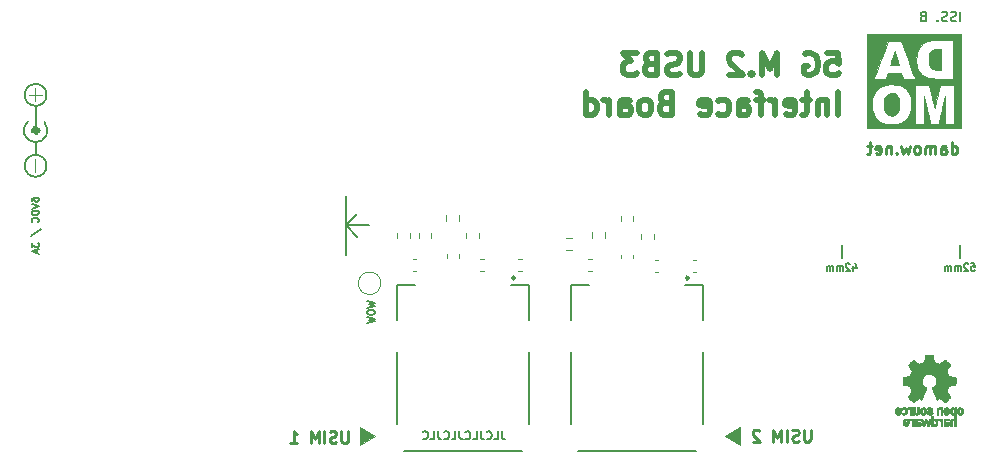
<source format=gbr>
G04 #@! TF.GenerationSoftware,KiCad,Pcbnew,(5.1.9-0-10_14)*
G04 #@! TF.CreationDate,2021-05-09T00:19:33+01:00*
G04 #@! TF.ProjectId,usb3-ngff-carrier,75736233-2d6e-4676-9666-2d6361727269,1*
G04 #@! TF.SameCoordinates,Original*
G04 #@! TF.FileFunction,Legend,Bot*
G04 #@! TF.FilePolarity,Positive*
%FSLAX46Y46*%
G04 Gerber Fmt 4.6, Leading zero omitted, Abs format (unit mm)*
G04 Created by KiCad (PCBNEW (5.1.9-0-10_14)) date 2021-05-09 00:19:33*
%MOMM*%
%LPD*%
G01*
G04 APERTURE LIST*
%ADD10C,0.152400*%
%ADD11C,0.100000*%
%ADD12C,0.250000*%
%ADD13C,0.150000*%
%ADD14C,0.120000*%
%ADD15C,0.200000*%
%ADD16C,0.475000*%
%ADD17C,0.240000*%
%ADD18C,0.010000*%
%ADD19C,0.500000*%
%ADD20R,0.900000X1.200000*%
%ADD21R,1.300000X1.800000*%
%ADD22C,3.500000*%
%ADD23C,1.420000*%
%ADD24R,1.420000X1.420000*%
%ADD25C,1.200000*%
%ADD26C,3.000000*%
%ADD27C,1.500000*%
%ADD28O,1.700000X1.700000*%
%ADD29R,1.700000X1.700000*%
%ADD30C,1.100000*%
%ADD31C,1.600000*%
%ADD32R,1.800000X4.400000*%
%ADD33O,1.800000X4.000000*%
%ADD34O,4.000000X1.800000*%
%ADD35C,4.700000*%
G04 APERTURE END LIST*
D10*
X28300000Y-20000000D02*
X30250000Y-20000000D01*
X28300000Y-20000000D02*
X29250000Y-20950000D01*
X28300000Y-20000000D02*
X29250000Y-19050000D01*
X80250000Y-21650000D02*
X80250000Y-22800000D01*
X70250000Y-21650000D02*
X70250000Y-22800000D01*
D11*
G36*
X61650000Y-38600000D02*
G01*
X60400000Y-37850000D01*
X61650000Y-37100000D01*
X61650000Y-38600000D01*
G37*
X61650000Y-38600000D02*
X60400000Y-37850000D01*
X61650000Y-37100000D01*
X61650000Y-38600000D01*
D12*
X67607738Y-37302380D02*
X67607738Y-38111904D01*
X67560119Y-38207142D01*
X67512500Y-38254761D01*
X67417261Y-38302380D01*
X67226785Y-38302380D01*
X67131547Y-38254761D01*
X67083928Y-38207142D01*
X67036309Y-38111904D01*
X67036309Y-37302380D01*
X66607738Y-38254761D02*
X66464880Y-38302380D01*
X66226785Y-38302380D01*
X66131547Y-38254761D01*
X66083928Y-38207142D01*
X66036309Y-38111904D01*
X66036309Y-38016666D01*
X66083928Y-37921428D01*
X66131547Y-37873809D01*
X66226785Y-37826190D01*
X66417261Y-37778571D01*
X66512500Y-37730952D01*
X66560119Y-37683333D01*
X66607738Y-37588095D01*
X66607738Y-37492857D01*
X66560119Y-37397619D01*
X66512500Y-37350000D01*
X66417261Y-37302380D01*
X66179166Y-37302380D01*
X66036309Y-37350000D01*
X65607738Y-38302380D02*
X65607738Y-37302380D01*
X65131547Y-38302380D02*
X65131547Y-37302380D01*
X64798214Y-38016666D01*
X64464880Y-37302380D01*
X64464880Y-38302380D01*
X63274404Y-37397619D02*
X63226785Y-37350000D01*
X63131547Y-37302380D01*
X62893452Y-37302380D01*
X62798214Y-37350000D01*
X62750595Y-37397619D01*
X62702976Y-37492857D01*
X62702976Y-37588095D01*
X62750595Y-37730952D01*
X63322023Y-38302380D01*
X62702976Y-38302380D01*
D11*
G36*
X30700000Y-37850000D02*
G01*
X29450000Y-38600000D01*
X29450000Y-37100000D01*
X30700000Y-37850000D01*
G37*
X30700000Y-37850000D02*
X29450000Y-38600000D01*
X29450000Y-37100000D01*
X30700000Y-37850000D01*
D12*
X28457738Y-37402380D02*
X28457738Y-38211904D01*
X28410119Y-38307142D01*
X28362500Y-38354761D01*
X28267261Y-38402380D01*
X28076785Y-38402380D01*
X27981547Y-38354761D01*
X27933928Y-38307142D01*
X27886309Y-38211904D01*
X27886309Y-37402380D01*
X27457738Y-38354761D02*
X27314880Y-38402380D01*
X27076785Y-38402380D01*
X26981547Y-38354761D01*
X26933928Y-38307142D01*
X26886309Y-38211904D01*
X26886309Y-38116666D01*
X26933928Y-38021428D01*
X26981547Y-37973809D01*
X27076785Y-37926190D01*
X27267261Y-37878571D01*
X27362500Y-37830952D01*
X27410119Y-37783333D01*
X27457738Y-37688095D01*
X27457738Y-37592857D01*
X27410119Y-37497619D01*
X27362500Y-37450000D01*
X27267261Y-37402380D01*
X27029166Y-37402380D01*
X26886309Y-37450000D01*
X26457738Y-38402380D02*
X26457738Y-37402380D01*
X25981547Y-38402380D02*
X25981547Y-37402380D01*
X25648214Y-38116666D01*
X25314880Y-37402380D01*
X25314880Y-38402380D01*
X23552976Y-38402380D02*
X24124404Y-38402380D01*
X23838690Y-38402380D02*
X23838690Y-37402380D01*
X23933928Y-37545238D01*
X24029166Y-37640476D01*
X24124404Y-37688095D01*
D10*
X28250000Y-17500000D02*
X28250000Y-22500000D01*
D13*
X41483333Y-37416666D02*
X41483333Y-37916666D01*
X41516666Y-38016666D01*
X41583333Y-38083333D01*
X41683333Y-38116666D01*
X41750000Y-38116666D01*
X40816666Y-38116666D02*
X41150000Y-38116666D01*
X41150000Y-37416666D01*
X40183333Y-38050000D02*
X40216666Y-38083333D01*
X40316666Y-38116666D01*
X40383333Y-38116666D01*
X40483333Y-38083333D01*
X40550000Y-38016666D01*
X40583333Y-37950000D01*
X40616666Y-37816666D01*
X40616666Y-37716666D01*
X40583333Y-37583333D01*
X40550000Y-37516666D01*
X40483333Y-37450000D01*
X40383333Y-37416666D01*
X40316666Y-37416666D01*
X40216666Y-37450000D01*
X40183333Y-37483333D01*
X39683333Y-37416666D02*
X39683333Y-37916666D01*
X39716666Y-38016666D01*
X39783333Y-38083333D01*
X39883333Y-38116666D01*
X39950000Y-38116666D01*
X39016666Y-38116666D02*
X39350000Y-38116666D01*
X39350000Y-37416666D01*
X38383333Y-38050000D02*
X38416666Y-38083333D01*
X38516666Y-38116666D01*
X38583333Y-38116666D01*
X38683333Y-38083333D01*
X38750000Y-38016666D01*
X38783333Y-37950000D01*
X38816666Y-37816666D01*
X38816666Y-37716666D01*
X38783333Y-37583333D01*
X38750000Y-37516666D01*
X38683333Y-37450000D01*
X38583333Y-37416666D01*
X38516666Y-37416666D01*
X38416666Y-37450000D01*
X38383333Y-37483333D01*
X37883333Y-37416666D02*
X37883333Y-37916666D01*
X37916666Y-38016666D01*
X37983333Y-38083333D01*
X38083333Y-38116666D01*
X38150000Y-38116666D01*
X37216666Y-38116666D02*
X37550000Y-38116666D01*
X37550000Y-37416666D01*
X36583333Y-38050000D02*
X36616666Y-38083333D01*
X36716666Y-38116666D01*
X36783333Y-38116666D01*
X36883333Y-38083333D01*
X36950000Y-38016666D01*
X36983333Y-37950000D01*
X37016666Y-37816666D01*
X37016666Y-37716666D01*
X36983333Y-37583333D01*
X36950000Y-37516666D01*
X36883333Y-37450000D01*
X36783333Y-37416666D01*
X36716666Y-37416666D01*
X36616666Y-37450000D01*
X36583333Y-37483333D01*
X36083333Y-37416666D02*
X36083333Y-37916666D01*
X36116666Y-38016666D01*
X36183333Y-38083333D01*
X36283333Y-38116666D01*
X36350000Y-38116666D01*
X35416666Y-38116666D02*
X35750000Y-38116666D01*
X35750000Y-37416666D01*
X34783333Y-38050000D02*
X34816666Y-38083333D01*
X34916666Y-38116666D01*
X34983333Y-38116666D01*
X35083333Y-38083333D01*
X35150000Y-38016666D01*
X35183333Y-37950000D01*
X35216666Y-37816666D01*
X35216666Y-37716666D01*
X35183333Y-37583333D01*
X35150000Y-37516666D01*
X35083333Y-37450000D01*
X34983333Y-37416666D01*
X34916666Y-37416666D01*
X34816666Y-37450000D01*
X34783333Y-37483333D01*
D14*
X1425000Y-8950000D02*
X2525000Y-8950000D01*
X1975000Y-9500000D02*
X1975000Y-8400000D01*
X1975000Y-15500000D02*
X1975000Y-14400000D01*
D15*
X80279523Y-2711904D02*
X80279523Y-1911904D01*
X79936666Y-2673809D02*
X79822380Y-2711904D01*
X79631904Y-2711904D01*
X79555714Y-2673809D01*
X79517619Y-2635714D01*
X79479523Y-2559523D01*
X79479523Y-2483333D01*
X79517619Y-2407142D01*
X79555714Y-2369047D01*
X79631904Y-2330952D01*
X79784285Y-2292857D01*
X79860476Y-2254761D01*
X79898571Y-2216666D01*
X79936666Y-2140476D01*
X79936666Y-2064285D01*
X79898571Y-1988095D01*
X79860476Y-1950000D01*
X79784285Y-1911904D01*
X79593809Y-1911904D01*
X79479523Y-1950000D01*
X79174761Y-2673809D02*
X79060476Y-2711904D01*
X78870000Y-2711904D01*
X78793809Y-2673809D01*
X78755714Y-2635714D01*
X78717619Y-2559523D01*
X78717619Y-2483333D01*
X78755714Y-2407142D01*
X78793809Y-2369047D01*
X78870000Y-2330952D01*
X79022380Y-2292857D01*
X79098571Y-2254761D01*
X79136666Y-2216666D01*
X79174761Y-2140476D01*
X79174761Y-2064285D01*
X79136666Y-1988095D01*
X79098571Y-1950000D01*
X79022380Y-1911904D01*
X78831904Y-1911904D01*
X78717619Y-1950000D01*
X78374761Y-2635714D02*
X78336666Y-2673809D01*
X78374761Y-2711904D01*
X78412857Y-2673809D01*
X78374761Y-2635714D01*
X78374761Y-2711904D01*
X77117619Y-2292857D02*
X77003333Y-2330952D01*
X76965238Y-2369047D01*
X76927142Y-2445238D01*
X76927142Y-2559523D01*
X76965238Y-2635714D01*
X77003333Y-2673809D01*
X77079523Y-2711904D01*
X77384285Y-2711904D01*
X77384285Y-1911904D01*
X77117619Y-1911904D01*
X77041428Y-1950000D01*
X77003333Y-1988095D01*
X76965238Y-2064285D01*
X76965238Y-2140476D01*
X77003333Y-2216666D01*
X77041428Y-2254761D01*
X77117619Y-2292857D01*
X77384285Y-2292857D01*
D13*
X1671428Y-17942857D02*
X1671428Y-17828571D01*
X1700000Y-17771428D01*
X1728571Y-17742857D01*
X1814285Y-17685714D01*
X1928571Y-17657142D01*
X2157142Y-17657142D01*
X2214285Y-17685714D01*
X2242857Y-17714285D01*
X2271428Y-17771428D01*
X2271428Y-17885714D01*
X2242857Y-17942857D01*
X2214285Y-17971428D01*
X2157142Y-18000000D01*
X2014285Y-18000000D01*
X1957142Y-17971428D01*
X1928571Y-17942857D01*
X1900000Y-17885714D01*
X1900000Y-17771428D01*
X1928571Y-17714285D01*
X1957142Y-17685714D01*
X2014285Y-17657142D01*
X1671428Y-18171428D02*
X2271428Y-18371428D01*
X1671428Y-18571428D01*
X2271428Y-18771428D02*
X1671428Y-18771428D01*
X1671428Y-18914285D01*
X1700000Y-19000000D01*
X1757142Y-19057142D01*
X1814285Y-19085714D01*
X1928571Y-19114285D01*
X2014285Y-19114285D01*
X2128571Y-19085714D01*
X2185714Y-19057142D01*
X2242857Y-19000000D01*
X2271428Y-18914285D01*
X2271428Y-18771428D01*
X2214285Y-19714285D02*
X2242857Y-19685714D01*
X2271428Y-19600000D01*
X2271428Y-19542857D01*
X2242857Y-19457142D01*
X2185714Y-19400000D01*
X2128571Y-19371428D01*
X2014285Y-19342857D01*
X1928571Y-19342857D01*
X1814285Y-19371428D01*
X1757142Y-19400000D01*
X1700000Y-19457142D01*
X1671428Y-19542857D01*
X1671428Y-19600000D01*
X1700000Y-19685714D01*
X1728571Y-19714285D01*
X1642857Y-20857142D02*
X2414285Y-20342857D01*
X1671428Y-21457142D02*
X1671428Y-21828571D01*
X1900000Y-21628571D01*
X1900000Y-21714285D01*
X1928571Y-21771428D01*
X1957142Y-21800000D01*
X2014285Y-21828571D01*
X2157142Y-21828571D01*
X2214285Y-21800000D01*
X2242857Y-21771428D01*
X2271428Y-21714285D01*
X2271428Y-21542857D01*
X2242857Y-21485714D01*
X2214285Y-21457142D01*
X2100000Y-22057142D02*
X2100000Y-22342857D01*
X2271428Y-22000000D02*
X1671428Y-22200000D01*
X2271428Y-22400000D01*
X81192857Y-23221428D02*
X81478571Y-23221428D01*
X81507142Y-23507142D01*
X81478571Y-23478571D01*
X81421428Y-23450000D01*
X81278571Y-23450000D01*
X81221428Y-23478571D01*
X81192857Y-23507142D01*
X81164285Y-23564285D01*
X81164285Y-23707142D01*
X81192857Y-23764285D01*
X81221428Y-23792857D01*
X81278571Y-23821428D01*
X81421428Y-23821428D01*
X81478571Y-23792857D01*
X81507142Y-23764285D01*
X80935714Y-23278571D02*
X80907142Y-23250000D01*
X80850000Y-23221428D01*
X80707142Y-23221428D01*
X80650000Y-23250000D01*
X80621428Y-23278571D01*
X80592857Y-23335714D01*
X80592857Y-23392857D01*
X80621428Y-23478571D01*
X80964285Y-23821428D01*
X80592857Y-23821428D01*
X80335714Y-23821428D02*
X80335714Y-23421428D01*
X80335714Y-23478571D02*
X80307142Y-23450000D01*
X80250000Y-23421428D01*
X80164285Y-23421428D01*
X80107142Y-23450000D01*
X80078571Y-23507142D01*
X80078571Y-23821428D01*
X80078571Y-23507142D02*
X80050000Y-23450000D01*
X79992857Y-23421428D01*
X79907142Y-23421428D01*
X79850000Y-23450000D01*
X79821428Y-23507142D01*
X79821428Y-23821428D01*
X79535714Y-23821428D02*
X79535714Y-23421428D01*
X79535714Y-23478571D02*
X79507142Y-23450000D01*
X79450000Y-23421428D01*
X79364285Y-23421428D01*
X79307142Y-23450000D01*
X79278571Y-23507142D01*
X79278571Y-23821428D01*
X79278571Y-23507142D02*
X79250000Y-23450000D01*
X79192857Y-23421428D01*
X79107142Y-23421428D01*
X79050000Y-23450000D01*
X79021428Y-23507142D01*
X79021428Y-23821428D01*
X71221428Y-23421428D02*
X71221428Y-23821428D01*
X71364285Y-23192857D02*
X71507142Y-23621428D01*
X71135714Y-23621428D01*
X70935714Y-23278571D02*
X70907142Y-23250000D01*
X70850000Y-23221428D01*
X70707142Y-23221428D01*
X70650000Y-23250000D01*
X70621428Y-23278571D01*
X70592857Y-23335714D01*
X70592857Y-23392857D01*
X70621428Y-23478571D01*
X70964285Y-23821428D01*
X70592857Y-23821428D01*
X70335714Y-23821428D02*
X70335714Y-23421428D01*
X70335714Y-23478571D02*
X70307142Y-23450000D01*
X70250000Y-23421428D01*
X70164285Y-23421428D01*
X70107142Y-23450000D01*
X70078571Y-23507142D01*
X70078571Y-23821428D01*
X70078571Y-23507142D02*
X70050000Y-23450000D01*
X69992857Y-23421428D01*
X69907142Y-23421428D01*
X69850000Y-23450000D01*
X69821428Y-23507142D01*
X69821428Y-23821428D01*
X69535714Y-23821428D02*
X69535714Y-23421428D01*
X69535714Y-23478571D02*
X69507142Y-23450000D01*
X69450000Y-23421428D01*
X69364285Y-23421428D01*
X69307142Y-23450000D01*
X69278571Y-23507142D01*
X69278571Y-23821428D01*
X69278571Y-23507142D02*
X69250000Y-23450000D01*
X69192857Y-23421428D01*
X69107142Y-23421428D01*
X69050000Y-23450000D01*
X69021428Y-23507142D01*
X69021428Y-23821428D01*
D12*
X79570833Y-13952380D02*
X79570833Y-12952380D01*
X79570833Y-13904761D02*
X79666071Y-13952380D01*
X79856547Y-13952380D01*
X79951785Y-13904761D01*
X79999404Y-13857142D01*
X80047023Y-13761904D01*
X80047023Y-13476190D01*
X79999404Y-13380952D01*
X79951785Y-13333333D01*
X79856547Y-13285714D01*
X79666071Y-13285714D01*
X79570833Y-13333333D01*
X78666071Y-13952380D02*
X78666071Y-13428571D01*
X78713690Y-13333333D01*
X78808928Y-13285714D01*
X78999404Y-13285714D01*
X79094642Y-13333333D01*
X78666071Y-13904761D02*
X78761309Y-13952380D01*
X78999404Y-13952380D01*
X79094642Y-13904761D01*
X79142261Y-13809523D01*
X79142261Y-13714285D01*
X79094642Y-13619047D01*
X78999404Y-13571428D01*
X78761309Y-13571428D01*
X78666071Y-13523809D01*
X78189880Y-13952380D02*
X78189880Y-13285714D01*
X78189880Y-13380952D02*
X78142261Y-13333333D01*
X78047023Y-13285714D01*
X77904166Y-13285714D01*
X77808928Y-13333333D01*
X77761309Y-13428571D01*
X77761309Y-13952380D01*
X77761309Y-13428571D02*
X77713690Y-13333333D01*
X77618452Y-13285714D01*
X77475595Y-13285714D01*
X77380357Y-13333333D01*
X77332738Y-13428571D01*
X77332738Y-13952380D01*
X76713690Y-13952380D02*
X76808928Y-13904761D01*
X76856547Y-13857142D01*
X76904166Y-13761904D01*
X76904166Y-13476190D01*
X76856547Y-13380952D01*
X76808928Y-13333333D01*
X76713690Y-13285714D01*
X76570833Y-13285714D01*
X76475595Y-13333333D01*
X76427976Y-13380952D01*
X76380357Y-13476190D01*
X76380357Y-13761904D01*
X76427976Y-13857142D01*
X76475595Y-13904761D01*
X76570833Y-13952380D01*
X76713690Y-13952380D01*
X76047023Y-13285714D02*
X75856547Y-13952380D01*
X75666071Y-13476190D01*
X75475595Y-13952380D01*
X75285119Y-13285714D01*
X74904166Y-13857142D02*
X74856547Y-13904761D01*
X74904166Y-13952380D01*
X74951785Y-13904761D01*
X74904166Y-13857142D01*
X74904166Y-13952380D01*
X74427976Y-13285714D02*
X74427976Y-13952380D01*
X74427976Y-13380952D02*
X74380357Y-13333333D01*
X74285119Y-13285714D01*
X74142261Y-13285714D01*
X74047023Y-13333333D01*
X73999404Y-13428571D01*
X73999404Y-13952380D01*
X73142261Y-13904761D02*
X73237500Y-13952380D01*
X73427976Y-13952380D01*
X73523214Y-13904761D01*
X73570833Y-13809523D01*
X73570833Y-13428571D01*
X73523214Y-13333333D01*
X73427976Y-13285714D01*
X73237500Y-13285714D01*
X73142261Y-13333333D01*
X73094642Y-13428571D01*
X73094642Y-13523809D01*
X73570833Y-13619047D01*
X72808928Y-13285714D02*
X72427976Y-13285714D01*
X72666071Y-12952380D02*
X72666071Y-13809523D01*
X72618452Y-13904761D01*
X72523214Y-13952380D01*
X72427976Y-13952380D01*
D16*
X69034107Y-5397023D02*
X69938869Y-5397023D01*
X70029345Y-6301785D01*
X69938869Y-6211309D01*
X69757916Y-6120833D01*
X69305535Y-6120833D01*
X69124583Y-6211309D01*
X69034107Y-6301785D01*
X68943630Y-6482738D01*
X68943630Y-6935119D01*
X69034107Y-7116071D01*
X69124583Y-7206547D01*
X69305535Y-7297023D01*
X69757916Y-7297023D01*
X69938869Y-7206547D01*
X70029345Y-7116071D01*
X67134107Y-5487500D02*
X67315059Y-5397023D01*
X67586488Y-5397023D01*
X67857916Y-5487500D01*
X68038869Y-5668452D01*
X68129345Y-5849404D01*
X68219821Y-6211309D01*
X68219821Y-6482738D01*
X68129345Y-6844642D01*
X68038869Y-7025595D01*
X67857916Y-7206547D01*
X67586488Y-7297023D01*
X67405535Y-7297023D01*
X67134107Y-7206547D01*
X67043630Y-7116071D01*
X67043630Y-6482738D01*
X67405535Y-6482738D01*
X64781726Y-7297023D02*
X64781726Y-5397023D01*
X64148392Y-6754166D01*
X63515059Y-5397023D01*
X63515059Y-7297023D01*
X62610297Y-7116071D02*
X62519821Y-7206547D01*
X62610297Y-7297023D01*
X62700773Y-7206547D01*
X62610297Y-7116071D01*
X62610297Y-7297023D01*
X61796011Y-5577976D02*
X61705535Y-5487500D01*
X61524583Y-5397023D01*
X61072202Y-5397023D01*
X60891250Y-5487500D01*
X60800773Y-5577976D01*
X60710297Y-5758928D01*
X60710297Y-5939880D01*
X60800773Y-6211309D01*
X61886488Y-7297023D01*
X60710297Y-7297023D01*
X58448392Y-5397023D02*
X58448392Y-6935119D01*
X58357916Y-7116071D01*
X58267440Y-7206547D01*
X58086488Y-7297023D01*
X57724583Y-7297023D01*
X57543630Y-7206547D01*
X57453154Y-7116071D01*
X57362678Y-6935119D01*
X57362678Y-5397023D01*
X56548392Y-7206547D02*
X56276964Y-7297023D01*
X55824583Y-7297023D01*
X55643630Y-7206547D01*
X55553154Y-7116071D01*
X55462678Y-6935119D01*
X55462678Y-6754166D01*
X55553154Y-6573214D01*
X55643630Y-6482738D01*
X55824583Y-6392261D01*
X56186488Y-6301785D01*
X56367440Y-6211309D01*
X56457916Y-6120833D01*
X56548392Y-5939880D01*
X56548392Y-5758928D01*
X56457916Y-5577976D01*
X56367440Y-5487500D01*
X56186488Y-5397023D01*
X55734107Y-5397023D01*
X55462678Y-5487500D01*
X54015059Y-6301785D02*
X53743630Y-6392261D01*
X53653154Y-6482738D01*
X53562678Y-6663690D01*
X53562678Y-6935119D01*
X53653154Y-7116071D01*
X53743630Y-7206547D01*
X53924583Y-7297023D01*
X54648392Y-7297023D01*
X54648392Y-5397023D01*
X54015059Y-5397023D01*
X53834107Y-5487500D01*
X53743630Y-5577976D01*
X53653154Y-5758928D01*
X53653154Y-5939880D01*
X53743630Y-6120833D01*
X53834107Y-6211309D01*
X54015059Y-6301785D01*
X54648392Y-6301785D01*
X52929345Y-5397023D02*
X51753154Y-5397023D01*
X52386488Y-6120833D01*
X52115059Y-6120833D01*
X51934107Y-6211309D01*
X51843630Y-6301785D01*
X51753154Y-6482738D01*
X51753154Y-6935119D01*
X51843630Y-7116071D01*
X51934107Y-7206547D01*
X52115059Y-7297023D01*
X52657916Y-7297023D01*
X52838869Y-7206547D01*
X52929345Y-7116071D01*
X69938869Y-10622023D02*
X69938869Y-8722023D01*
X69034107Y-9355357D02*
X69034107Y-10622023D01*
X69034107Y-9536309D02*
X68943630Y-9445833D01*
X68762678Y-9355357D01*
X68491250Y-9355357D01*
X68310297Y-9445833D01*
X68219821Y-9626785D01*
X68219821Y-10622023D01*
X67586488Y-9355357D02*
X66862678Y-9355357D01*
X67315059Y-8722023D02*
X67315059Y-10350595D01*
X67224583Y-10531547D01*
X67043630Y-10622023D01*
X66862678Y-10622023D01*
X65505535Y-10531547D02*
X65686488Y-10622023D01*
X66048392Y-10622023D01*
X66229345Y-10531547D01*
X66319821Y-10350595D01*
X66319821Y-9626785D01*
X66229345Y-9445833D01*
X66048392Y-9355357D01*
X65686488Y-9355357D01*
X65505535Y-9445833D01*
X65415059Y-9626785D01*
X65415059Y-9807738D01*
X66319821Y-9988690D01*
X64600773Y-10622023D02*
X64600773Y-9355357D01*
X64600773Y-9717261D02*
X64510297Y-9536309D01*
X64419821Y-9445833D01*
X64238869Y-9355357D01*
X64057916Y-9355357D01*
X63696011Y-9355357D02*
X62972202Y-9355357D01*
X63424583Y-10622023D02*
X63424583Y-8993452D01*
X63334107Y-8812500D01*
X63153154Y-8722023D01*
X62972202Y-8722023D01*
X61524583Y-10622023D02*
X61524583Y-9626785D01*
X61615059Y-9445833D01*
X61796011Y-9355357D01*
X62157916Y-9355357D01*
X62338869Y-9445833D01*
X61524583Y-10531547D02*
X61705535Y-10622023D01*
X62157916Y-10622023D01*
X62338869Y-10531547D01*
X62429345Y-10350595D01*
X62429345Y-10169642D01*
X62338869Y-9988690D01*
X62157916Y-9898214D01*
X61705535Y-9898214D01*
X61524583Y-9807738D01*
X59805535Y-10531547D02*
X59986488Y-10622023D01*
X60348392Y-10622023D01*
X60529345Y-10531547D01*
X60619821Y-10441071D01*
X60710297Y-10260119D01*
X60710297Y-9717261D01*
X60619821Y-9536309D01*
X60529345Y-9445833D01*
X60348392Y-9355357D01*
X59986488Y-9355357D01*
X59805535Y-9445833D01*
X58267440Y-10531547D02*
X58448392Y-10622023D01*
X58810297Y-10622023D01*
X58991250Y-10531547D01*
X59081726Y-10350595D01*
X59081726Y-9626785D01*
X58991250Y-9445833D01*
X58810297Y-9355357D01*
X58448392Y-9355357D01*
X58267440Y-9445833D01*
X58176964Y-9626785D01*
X58176964Y-9807738D01*
X59081726Y-9988690D01*
X55281726Y-9626785D02*
X55010297Y-9717261D01*
X54919821Y-9807738D01*
X54829345Y-9988690D01*
X54829345Y-10260119D01*
X54919821Y-10441071D01*
X55010297Y-10531547D01*
X55191250Y-10622023D01*
X55915059Y-10622023D01*
X55915059Y-8722023D01*
X55281726Y-8722023D01*
X55100773Y-8812500D01*
X55010297Y-8902976D01*
X54919821Y-9083928D01*
X54919821Y-9264880D01*
X55010297Y-9445833D01*
X55100773Y-9536309D01*
X55281726Y-9626785D01*
X55915059Y-9626785D01*
X53743630Y-10622023D02*
X53924583Y-10531547D01*
X54015059Y-10441071D01*
X54105535Y-10260119D01*
X54105535Y-9717261D01*
X54015059Y-9536309D01*
X53924583Y-9445833D01*
X53743630Y-9355357D01*
X53472202Y-9355357D01*
X53291250Y-9445833D01*
X53200773Y-9536309D01*
X53110297Y-9717261D01*
X53110297Y-10260119D01*
X53200773Y-10441071D01*
X53291250Y-10531547D01*
X53472202Y-10622023D01*
X53743630Y-10622023D01*
X51481726Y-10622023D02*
X51481726Y-9626785D01*
X51572202Y-9445833D01*
X51753154Y-9355357D01*
X52115059Y-9355357D01*
X52296011Y-9445833D01*
X51481726Y-10531547D02*
X51662678Y-10622023D01*
X52115059Y-10622023D01*
X52296011Y-10531547D01*
X52386488Y-10350595D01*
X52386488Y-10169642D01*
X52296011Y-9988690D01*
X52115059Y-9898214D01*
X51662678Y-9898214D01*
X51481726Y-9807738D01*
X50576964Y-10622023D02*
X50576964Y-9355357D01*
X50576964Y-9717261D02*
X50486488Y-9536309D01*
X50396011Y-9445833D01*
X50215059Y-9355357D01*
X50034107Y-9355357D01*
X48586488Y-10622023D02*
X48586488Y-8722023D01*
X48586488Y-10531547D02*
X48767440Y-10622023D01*
X49129345Y-10622023D01*
X49310297Y-10531547D01*
X49400773Y-10441071D01*
X49491250Y-10260119D01*
X49491250Y-9717261D01*
X49400773Y-9536309D01*
X49310297Y-9445833D01*
X49129345Y-9355357D01*
X48767440Y-9355357D01*
X48586488Y-9445833D01*
D17*
X57287000Y-24435000D02*
G75*
G03*
X57287000Y-24435000I-120000J0D01*
G01*
D15*
X47300000Y-36779000D02*
X47300000Y-30683000D01*
X57900000Y-39080000D02*
X47900000Y-39080000D01*
X58500000Y-30683000D02*
X58500000Y-36779000D01*
X47300000Y-25080000D02*
X47300000Y-28016000D01*
X48836000Y-25080000D02*
X47300000Y-25080000D01*
X58500000Y-25080000D02*
X56964000Y-25080000D01*
X58500000Y-28016000D02*
X58500000Y-25080000D01*
D17*
X42587000Y-24435000D02*
G75*
G03*
X42587000Y-24435000I-120000J0D01*
G01*
D15*
X32600000Y-36779000D02*
X32600000Y-30683000D01*
X43200000Y-39080000D02*
X33200000Y-39080000D01*
X43800000Y-30683000D02*
X43800000Y-36779000D01*
X32600000Y-25080000D02*
X32600000Y-28016000D01*
X34136000Y-25080000D02*
X32600000Y-25080000D01*
X43800000Y-25080000D02*
X42264000Y-25080000D01*
X43800000Y-28016000D02*
X43800000Y-25080000D01*
D14*
X46912742Y-21027500D02*
X47387258Y-21027500D01*
X46912742Y-22072500D02*
X47387258Y-22072500D01*
X33672500Y-20612742D02*
X33672500Y-21087258D01*
X32627500Y-20612742D02*
X32627500Y-21087258D01*
X39522500Y-21087258D02*
X39522500Y-20612742D01*
X38477500Y-21087258D02*
X38477500Y-20612742D01*
X37810000Y-22740580D02*
X37810000Y-22459420D01*
X36790000Y-22740580D02*
X36790000Y-22459420D01*
X50172500Y-21037258D02*
X50172500Y-20562742D01*
X49127500Y-21037258D02*
X49127500Y-20562742D01*
X52572500Y-19637258D02*
X52572500Y-19162742D01*
X51527500Y-19637258D02*
X51527500Y-19162742D01*
X54322500Y-21187258D02*
X54322500Y-20712742D01*
X53277500Y-21187258D02*
X53277500Y-20712742D01*
X49090580Y-22840000D02*
X48809420Y-22840000D01*
X49090580Y-23860000D02*
X48809420Y-23860000D01*
X52560000Y-22790580D02*
X52560000Y-22509420D01*
X51540000Y-22790580D02*
X51540000Y-22509420D01*
X54409420Y-23910000D02*
X54690580Y-23910000D01*
X54409420Y-22890000D02*
X54690580Y-22890000D01*
X57659420Y-23910000D02*
X57940580Y-23910000D01*
X57659420Y-22890000D02*
X57940580Y-22890000D01*
X35472500Y-21087258D02*
X35472500Y-20612742D01*
X34427500Y-21087258D02*
X34427500Y-20612742D01*
X37822500Y-19587258D02*
X37822500Y-19112742D01*
X36777500Y-19587258D02*
X36777500Y-19112742D01*
X34240580Y-22840000D02*
X33959420Y-22840000D01*
X34240580Y-23860000D02*
X33959420Y-23860000D01*
X39659420Y-23860000D02*
X39940580Y-23860000D01*
X39659420Y-22840000D02*
X39940580Y-22840000D01*
X42859420Y-23860000D02*
X43140580Y-23860000D01*
X42859420Y-22840000D02*
X43140580Y-22840000D01*
D18*
G36*
X77273036Y-31240018D02*
G01*
X77216188Y-31541570D01*
X76796662Y-31714512D01*
X76545016Y-31543395D01*
X76474542Y-31495750D01*
X76410837Y-31453210D01*
X76356874Y-31417715D01*
X76315627Y-31391210D01*
X76290066Y-31375636D01*
X76283105Y-31372278D01*
X76270565Y-31380914D01*
X76243769Y-31404792D01*
X76205720Y-31440859D01*
X76159421Y-31486067D01*
X76107877Y-31537364D01*
X76054091Y-31591701D01*
X76001065Y-31646028D01*
X75951805Y-31697295D01*
X75909313Y-31742451D01*
X75876593Y-31778446D01*
X75856649Y-31802230D01*
X75851881Y-31810190D01*
X75858743Y-31824865D01*
X75877980Y-31857014D01*
X75907570Y-31903492D01*
X75945490Y-31961156D01*
X75989718Y-32026860D01*
X76015346Y-32064336D01*
X76062059Y-32132768D01*
X76103568Y-32194520D01*
X76137860Y-32246519D01*
X76162920Y-32285692D01*
X76176736Y-32308965D01*
X76178812Y-32313855D01*
X76174105Y-32327755D01*
X76161277Y-32360150D01*
X76142262Y-32406485D01*
X76118997Y-32462206D01*
X76093416Y-32522758D01*
X76067455Y-32583586D01*
X76043050Y-32640136D01*
X76022137Y-32687852D01*
X76006651Y-32722181D01*
X75998528Y-32738568D01*
X75998048Y-32739212D01*
X75985293Y-32742341D01*
X75951323Y-32749321D01*
X75899660Y-32759467D01*
X75833824Y-32772092D01*
X75757336Y-32786509D01*
X75712710Y-32794823D01*
X75630979Y-32810384D01*
X75557157Y-32825192D01*
X75494979Y-32838436D01*
X75448178Y-32849305D01*
X75420491Y-32856989D01*
X75414926Y-32859427D01*
X75409474Y-32875930D01*
X75405076Y-32913200D01*
X75401728Y-32966880D01*
X75399426Y-33032612D01*
X75398168Y-33106037D01*
X75397952Y-33182796D01*
X75398773Y-33258532D01*
X75400629Y-33328886D01*
X75403518Y-33389500D01*
X75407435Y-33436016D01*
X75412378Y-33464075D01*
X75415343Y-33469916D01*
X75433066Y-33476917D01*
X75470619Y-33486927D01*
X75523036Y-33498769D01*
X75585348Y-33511267D01*
X75607100Y-33515310D01*
X75711976Y-33534520D01*
X75794820Y-33549991D01*
X75858370Y-33562337D01*
X75905363Y-33572173D01*
X75938537Y-33580114D01*
X75960629Y-33586776D01*
X75974376Y-33592773D01*
X75982516Y-33598719D01*
X75983655Y-33599894D01*
X75995023Y-33618826D01*
X76012365Y-33655669D01*
X76033950Y-33705913D01*
X76058046Y-33765046D01*
X76082921Y-33828556D01*
X76106843Y-33891932D01*
X76128081Y-33950662D01*
X76144903Y-34000235D01*
X76155578Y-34036139D01*
X76158373Y-34053862D01*
X76158140Y-34054483D01*
X76148669Y-34068970D01*
X76127182Y-34100844D01*
X76095937Y-34146789D01*
X76057193Y-34203485D01*
X76013207Y-34267617D01*
X76000681Y-34285842D01*
X75956016Y-34351914D01*
X75916712Y-34412200D01*
X75884912Y-34463235D01*
X75862755Y-34501560D01*
X75852383Y-34523711D01*
X75851881Y-34526432D01*
X75860595Y-34540736D01*
X75884675Y-34569072D01*
X75921024Y-34608396D01*
X75966547Y-34655661D01*
X76018148Y-34707823D01*
X76072733Y-34761835D01*
X76127206Y-34814653D01*
X76178471Y-34863231D01*
X76223433Y-34904523D01*
X76258996Y-34935485D01*
X76282065Y-34953070D01*
X76288446Y-34955941D01*
X76303301Y-34949178D01*
X76333714Y-34930939D01*
X76374732Y-34904297D01*
X76406291Y-34882852D01*
X76463475Y-34843503D01*
X76531194Y-34797171D01*
X76599120Y-34750913D01*
X76635639Y-34726155D01*
X76759248Y-34642547D01*
X76863009Y-34698650D01*
X76910280Y-34723228D01*
X76950477Y-34742331D01*
X76977674Y-34753227D01*
X76984598Y-34754743D01*
X76992923Y-34743549D01*
X77009346Y-34711917D01*
X77032643Y-34662765D01*
X77061586Y-34599010D01*
X77094950Y-34523571D01*
X77131509Y-34439364D01*
X77170036Y-34349308D01*
X77209306Y-34256321D01*
X77248092Y-34163320D01*
X77285170Y-34073223D01*
X77319311Y-33988948D01*
X77349292Y-33913413D01*
X77373884Y-33849534D01*
X77391864Y-33800231D01*
X77402003Y-33768421D01*
X77403634Y-33757496D01*
X77390709Y-33743561D01*
X77362411Y-33720940D01*
X77324654Y-33694333D01*
X77321485Y-33692228D01*
X77223900Y-33614114D01*
X77145214Y-33522982D01*
X77086109Y-33421745D01*
X77047268Y-33313318D01*
X77029372Y-33200614D01*
X77033103Y-33086548D01*
X77059143Y-32974034D01*
X77108175Y-32865985D01*
X77122600Y-32842345D01*
X77197631Y-32746887D01*
X77286270Y-32670232D01*
X77385451Y-32612780D01*
X77492105Y-32574929D01*
X77603164Y-32557078D01*
X77715561Y-32559625D01*
X77826227Y-32582970D01*
X77932094Y-32627510D01*
X78030095Y-32693645D01*
X78060410Y-32720487D01*
X78137562Y-32804512D01*
X78193782Y-32892966D01*
X78232347Y-32992115D01*
X78253826Y-33090303D01*
X78259128Y-33200697D01*
X78241448Y-33311640D01*
X78202581Y-33419381D01*
X78144323Y-33520169D01*
X78068469Y-33610256D01*
X77976817Y-33685892D01*
X77964772Y-33693864D01*
X77926611Y-33719974D01*
X77897601Y-33742595D01*
X77883732Y-33757039D01*
X77883531Y-33757496D01*
X77886508Y-33773121D01*
X77898311Y-33808582D01*
X77917714Y-33860962D01*
X77943488Y-33927345D01*
X77974409Y-34004814D01*
X78009249Y-34090450D01*
X78046783Y-34181337D01*
X78085783Y-34274559D01*
X78125023Y-34367197D01*
X78163276Y-34456335D01*
X78199317Y-34539055D01*
X78231917Y-34612441D01*
X78259852Y-34673575D01*
X78281895Y-34719541D01*
X78296818Y-34747421D01*
X78302828Y-34754743D01*
X78321191Y-34749041D01*
X78355552Y-34733749D01*
X78399984Y-34711599D01*
X78424417Y-34698650D01*
X78528178Y-34642547D01*
X78651787Y-34726155D01*
X78714886Y-34768987D01*
X78783970Y-34816122D01*
X78848707Y-34860503D01*
X78881134Y-34882852D01*
X78926741Y-34913477D01*
X78965360Y-34937747D01*
X78991952Y-34952587D01*
X79000590Y-34955724D01*
X79013161Y-34947261D01*
X79040984Y-34923636D01*
X79081361Y-34887302D01*
X79131595Y-34840711D01*
X79188988Y-34786317D01*
X79225286Y-34751392D01*
X79288790Y-34688996D01*
X79343673Y-34633188D01*
X79387714Y-34586354D01*
X79418695Y-34550882D01*
X79434398Y-34529161D01*
X79435905Y-34524752D01*
X79428914Y-34507985D01*
X79409594Y-34474082D01*
X79380091Y-34426476D01*
X79342545Y-34368599D01*
X79299100Y-34303884D01*
X79286745Y-34285842D01*
X79241727Y-34220267D01*
X79201340Y-34161228D01*
X79167840Y-34112042D01*
X79143486Y-34076028D01*
X79130536Y-34056502D01*
X79129285Y-34054483D01*
X79131156Y-34038922D01*
X79141087Y-34004709D01*
X79157347Y-33956355D01*
X79178205Y-33898371D01*
X79201927Y-33835270D01*
X79226784Y-33771563D01*
X79251042Y-33711761D01*
X79272971Y-33660376D01*
X79290838Y-33621919D01*
X79302913Y-33600902D01*
X79303771Y-33599894D01*
X79311154Y-33593888D01*
X79323625Y-33587948D01*
X79343920Y-33581460D01*
X79374778Y-33573809D01*
X79418934Y-33564380D01*
X79479126Y-33552559D01*
X79558093Y-33537729D01*
X79658570Y-33519277D01*
X79680325Y-33515310D01*
X79744802Y-33502853D01*
X79801011Y-33490666D01*
X79843987Y-33479926D01*
X79868760Y-33471809D01*
X79872082Y-33469916D01*
X79877556Y-33453138D01*
X79882006Y-33415645D01*
X79885428Y-33361794D01*
X79887819Y-33295944D01*
X79889177Y-33222453D01*
X79889499Y-33145680D01*
X79888781Y-33069983D01*
X79887021Y-32999720D01*
X79884216Y-32939250D01*
X79880362Y-32892930D01*
X79875457Y-32865119D01*
X79872500Y-32859427D01*
X79856037Y-32853686D01*
X79818551Y-32844345D01*
X79763775Y-32832215D01*
X79695445Y-32818107D01*
X79617294Y-32802830D01*
X79574716Y-32794823D01*
X79493929Y-32779721D01*
X79421887Y-32766040D01*
X79362111Y-32754467D01*
X79318121Y-32745687D01*
X79293439Y-32740387D01*
X79289377Y-32739212D01*
X79282511Y-32725965D01*
X79267998Y-32694057D01*
X79247771Y-32648047D01*
X79223766Y-32592492D01*
X79197918Y-32531953D01*
X79172160Y-32470986D01*
X79148427Y-32414151D01*
X79128654Y-32366006D01*
X79114776Y-32331110D01*
X79108726Y-32314021D01*
X79108614Y-32313274D01*
X79115472Y-32299793D01*
X79134698Y-32268770D01*
X79164272Y-32223289D01*
X79202173Y-32166432D01*
X79246380Y-32101283D01*
X79272079Y-32063862D01*
X79318907Y-31995247D01*
X79360499Y-31932952D01*
X79394825Y-31880129D01*
X79419857Y-31839927D01*
X79433565Y-31815500D01*
X79435544Y-31810024D01*
X79427034Y-31797278D01*
X79403507Y-31770063D01*
X79367968Y-31731428D01*
X79323423Y-31684423D01*
X79272877Y-31632095D01*
X79219336Y-31577495D01*
X79165805Y-31523670D01*
X79115289Y-31473670D01*
X79070794Y-31430543D01*
X79035325Y-31397339D01*
X79011887Y-31377106D01*
X79004046Y-31372278D01*
X78991280Y-31379067D01*
X78960744Y-31398142D01*
X78915410Y-31427561D01*
X78858244Y-31465381D01*
X78792216Y-31509661D01*
X78742410Y-31543395D01*
X78490764Y-31714512D01*
X78281001Y-31628041D01*
X78071237Y-31541570D01*
X78014389Y-31240018D01*
X77957540Y-30938466D01*
X77329885Y-30938466D01*
X77273036Y-31240018D01*
G37*
X77273036Y-31240018D02*
X77216188Y-31541570D01*
X76796662Y-31714512D01*
X76545016Y-31543395D01*
X76474542Y-31495750D01*
X76410837Y-31453210D01*
X76356874Y-31417715D01*
X76315627Y-31391210D01*
X76290066Y-31375636D01*
X76283105Y-31372278D01*
X76270565Y-31380914D01*
X76243769Y-31404792D01*
X76205720Y-31440859D01*
X76159421Y-31486067D01*
X76107877Y-31537364D01*
X76054091Y-31591701D01*
X76001065Y-31646028D01*
X75951805Y-31697295D01*
X75909313Y-31742451D01*
X75876593Y-31778446D01*
X75856649Y-31802230D01*
X75851881Y-31810190D01*
X75858743Y-31824865D01*
X75877980Y-31857014D01*
X75907570Y-31903492D01*
X75945490Y-31961156D01*
X75989718Y-32026860D01*
X76015346Y-32064336D01*
X76062059Y-32132768D01*
X76103568Y-32194520D01*
X76137860Y-32246519D01*
X76162920Y-32285692D01*
X76176736Y-32308965D01*
X76178812Y-32313855D01*
X76174105Y-32327755D01*
X76161277Y-32360150D01*
X76142262Y-32406485D01*
X76118997Y-32462206D01*
X76093416Y-32522758D01*
X76067455Y-32583586D01*
X76043050Y-32640136D01*
X76022137Y-32687852D01*
X76006651Y-32722181D01*
X75998528Y-32738568D01*
X75998048Y-32739212D01*
X75985293Y-32742341D01*
X75951323Y-32749321D01*
X75899660Y-32759467D01*
X75833824Y-32772092D01*
X75757336Y-32786509D01*
X75712710Y-32794823D01*
X75630979Y-32810384D01*
X75557157Y-32825192D01*
X75494979Y-32838436D01*
X75448178Y-32849305D01*
X75420491Y-32856989D01*
X75414926Y-32859427D01*
X75409474Y-32875930D01*
X75405076Y-32913200D01*
X75401728Y-32966880D01*
X75399426Y-33032612D01*
X75398168Y-33106037D01*
X75397952Y-33182796D01*
X75398773Y-33258532D01*
X75400629Y-33328886D01*
X75403518Y-33389500D01*
X75407435Y-33436016D01*
X75412378Y-33464075D01*
X75415343Y-33469916D01*
X75433066Y-33476917D01*
X75470619Y-33486927D01*
X75523036Y-33498769D01*
X75585348Y-33511267D01*
X75607100Y-33515310D01*
X75711976Y-33534520D01*
X75794820Y-33549991D01*
X75858370Y-33562337D01*
X75905363Y-33572173D01*
X75938537Y-33580114D01*
X75960629Y-33586776D01*
X75974376Y-33592773D01*
X75982516Y-33598719D01*
X75983655Y-33599894D01*
X75995023Y-33618826D01*
X76012365Y-33655669D01*
X76033950Y-33705913D01*
X76058046Y-33765046D01*
X76082921Y-33828556D01*
X76106843Y-33891932D01*
X76128081Y-33950662D01*
X76144903Y-34000235D01*
X76155578Y-34036139D01*
X76158373Y-34053862D01*
X76158140Y-34054483D01*
X76148669Y-34068970D01*
X76127182Y-34100844D01*
X76095937Y-34146789D01*
X76057193Y-34203485D01*
X76013207Y-34267617D01*
X76000681Y-34285842D01*
X75956016Y-34351914D01*
X75916712Y-34412200D01*
X75884912Y-34463235D01*
X75862755Y-34501560D01*
X75852383Y-34523711D01*
X75851881Y-34526432D01*
X75860595Y-34540736D01*
X75884675Y-34569072D01*
X75921024Y-34608396D01*
X75966547Y-34655661D01*
X76018148Y-34707823D01*
X76072733Y-34761835D01*
X76127206Y-34814653D01*
X76178471Y-34863231D01*
X76223433Y-34904523D01*
X76258996Y-34935485D01*
X76282065Y-34953070D01*
X76288446Y-34955941D01*
X76303301Y-34949178D01*
X76333714Y-34930939D01*
X76374732Y-34904297D01*
X76406291Y-34882852D01*
X76463475Y-34843503D01*
X76531194Y-34797171D01*
X76599120Y-34750913D01*
X76635639Y-34726155D01*
X76759248Y-34642547D01*
X76863009Y-34698650D01*
X76910280Y-34723228D01*
X76950477Y-34742331D01*
X76977674Y-34753227D01*
X76984598Y-34754743D01*
X76992923Y-34743549D01*
X77009346Y-34711917D01*
X77032643Y-34662765D01*
X77061586Y-34599010D01*
X77094950Y-34523571D01*
X77131509Y-34439364D01*
X77170036Y-34349308D01*
X77209306Y-34256321D01*
X77248092Y-34163320D01*
X77285170Y-34073223D01*
X77319311Y-33988948D01*
X77349292Y-33913413D01*
X77373884Y-33849534D01*
X77391864Y-33800231D01*
X77402003Y-33768421D01*
X77403634Y-33757496D01*
X77390709Y-33743561D01*
X77362411Y-33720940D01*
X77324654Y-33694333D01*
X77321485Y-33692228D01*
X77223900Y-33614114D01*
X77145214Y-33522982D01*
X77086109Y-33421745D01*
X77047268Y-33313318D01*
X77029372Y-33200614D01*
X77033103Y-33086548D01*
X77059143Y-32974034D01*
X77108175Y-32865985D01*
X77122600Y-32842345D01*
X77197631Y-32746887D01*
X77286270Y-32670232D01*
X77385451Y-32612780D01*
X77492105Y-32574929D01*
X77603164Y-32557078D01*
X77715561Y-32559625D01*
X77826227Y-32582970D01*
X77932094Y-32627510D01*
X78030095Y-32693645D01*
X78060410Y-32720487D01*
X78137562Y-32804512D01*
X78193782Y-32892966D01*
X78232347Y-32992115D01*
X78253826Y-33090303D01*
X78259128Y-33200697D01*
X78241448Y-33311640D01*
X78202581Y-33419381D01*
X78144323Y-33520169D01*
X78068469Y-33610256D01*
X77976817Y-33685892D01*
X77964772Y-33693864D01*
X77926611Y-33719974D01*
X77897601Y-33742595D01*
X77883732Y-33757039D01*
X77883531Y-33757496D01*
X77886508Y-33773121D01*
X77898311Y-33808582D01*
X77917714Y-33860962D01*
X77943488Y-33927345D01*
X77974409Y-34004814D01*
X78009249Y-34090450D01*
X78046783Y-34181337D01*
X78085783Y-34274559D01*
X78125023Y-34367197D01*
X78163276Y-34456335D01*
X78199317Y-34539055D01*
X78231917Y-34612441D01*
X78259852Y-34673575D01*
X78281895Y-34719541D01*
X78296818Y-34747421D01*
X78302828Y-34754743D01*
X78321191Y-34749041D01*
X78355552Y-34733749D01*
X78399984Y-34711599D01*
X78424417Y-34698650D01*
X78528178Y-34642547D01*
X78651787Y-34726155D01*
X78714886Y-34768987D01*
X78783970Y-34816122D01*
X78848707Y-34860503D01*
X78881134Y-34882852D01*
X78926741Y-34913477D01*
X78965360Y-34937747D01*
X78991952Y-34952587D01*
X79000590Y-34955724D01*
X79013161Y-34947261D01*
X79040984Y-34923636D01*
X79081361Y-34887302D01*
X79131595Y-34840711D01*
X79188988Y-34786317D01*
X79225286Y-34751392D01*
X79288790Y-34688996D01*
X79343673Y-34633188D01*
X79387714Y-34586354D01*
X79418695Y-34550882D01*
X79434398Y-34529161D01*
X79435905Y-34524752D01*
X79428914Y-34507985D01*
X79409594Y-34474082D01*
X79380091Y-34426476D01*
X79342545Y-34368599D01*
X79299100Y-34303884D01*
X79286745Y-34285842D01*
X79241727Y-34220267D01*
X79201340Y-34161228D01*
X79167840Y-34112042D01*
X79143486Y-34076028D01*
X79130536Y-34056502D01*
X79129285Y-34054483D01*
X79131156Y-34038922D01*
X79141087Y-34004709D01*
X79157347Y-33956355D01*
X79178205Y-33898371D01*
X79201927Y-33835270D01*
X79226784Y-33771563D01*
X79251042Y-33711761D01*
X79272971Y-33660376D01*
X79290838Y-33621919D01*
X79302913Y-33600902D01*
X79303771Y-33599894D01*
X79311154Y-33593888D01*
X79323625Y-33587948D01*
X79343920Y-33581460D01*
X79374778Y-33573809D01*
X79418934Y-33564380D01*
X79479126Y-33552559D01*
X79558093Y-33537729D01*
X79658570Y-33519277D01*
X79680325Y-33515310D01*
X79744802Y-33502853D01*
X79801011Y-33490666D01*
X79843987Y-33479926D01*
X79868760Y-33471809D01*
X79872082Y-33469916D01*
X79877556Y-33453138D01*
X79882006Y-33415645D01*
X79885428Y-33361794D01*
X79887819Y-33295944D01*
X79889177Y-33222453D01*
X79889499Y-33145680D01*
X79888781Y-33069983D01*
X79887021Y-32999720D01*
X79884216Y-32939250D01*
X79880362Y-32892930D01*
X79875457Y-32865119D01*
X79872500Y-32859427D01*
X79856037Y-32853686D01*
X79818551Y-32844345D01*
X79763775Y-32832215D01*
X79695445Y-32818107D01*
X79617294Y-32802830D01*
X79574716Y-32794823D01*
X79493929Y-32779721D01*
X79421887Y-32766040D01*
X79362111Y-32754467D01*
X79318121Y-32745687D01*
X79293439Y-32740387D01*
X79289377Y-32739212D01*
X79282511Y-32725965D01*
X79267998Y-32694057D01*
X79247771Y-32648047D01*
X79223766Y-32592492D01*
X79197918Y-32531953D01*
X79172160Y-32470986D01*
X79148427Y-32414151D01*
X79128654Y-32366006D01*
X79114776Y-32331110D01*
X79108726Y-32314021D01*
X79108614Y-32313274D01*
X79115472Y-32299793D01*
X79134698Y-32268770D01*
X79164272Y-32223289D01*
X79202173Y-32166432D01*
X79246380Y-32101283D01*
X79272079Y-32063862D01*
X79318907Y-31995247D01*
X79360499Y-31932952D01*
X79394825Y-31880129D01*
X79419857Y-31839927D01*
X79433565Y-31815500D01*
X79435544Y-31810024D01*
X79427034Y-31797278D01*
X79403507Y-31770063D01*
X79367968Y-31731428D01*
X79323423Y-31684423D01*
X79272877Y-31632095D01*
X79219336Y-31577495D01*
X79165805Y-31523670D01*
X79115289Y-31473670D01*
X79070794Y-31430543D01*
X79035325Y-31397339D01*
X79011887Y-31377106D01*
X79004046Y-31372278D01*
X78991280Y-31379067D01*
X78960744Y-31398142D01*
X78915410Y-31427561D01*
X78858244Y-31465381D01*
X78792216Y-31509661D01*
X78742410Y-31543395D01*
X78490764Y-31714512D01*
X78281001Y-31628041D01*
X78071237Y-31541570D01*
X78014389Y-31240018D01*
X77957540Y-30938466D01*
X77329885Y-30938466D01*
X77273036Y-31240018D01*
G36*
X75850540Y-35408030D02*
G01*
X75807289Y-35421245D01*
X75779442Y-35437941D01*
X75770371Y-35451145D01*
X75772868Y-35466797D01*
X75789069Y-35491385D01*
X75802768Y-35508800D01*
X75831008Y-35540283D01*
X75852225Y-35553529D01*
X75870312Y-35552664D01*
X75923965Y-35539010D01*
X75963370Y-35539630D01*
X75995368Y-35555104D01*
X76006110Y-35564161D01*
X76040495Y-35596027D01*
X76040495Y-36012179D01*
X76178812Y-36012179D01*
X76178812Y-35408614D01*
X76109653Y-35408614D01*
X76068131Y-35410256D01*
X76046709Y-35416087D01*
X76040498Y-35427461D01*
X76040495Y-35427798D01*
X76037561Y-35439713D01*
X76024296Y-35438159D01*
X76005916Y-35429563D01*
X75967954Y-35413568D01*
X75937128Y-35403945D01*
X75897464Y-35401478D01*
X75850540Y-35408030D01*
G37*
X75850540Y-35408030D02*
X75807289Y-35421245D01*
X75779442Y-35437941D01*
X75770371Y-35451145D01*
X75772868Y-35466797D01*
X75789069Y-35491385D01*
X75802768Y-35508800D01*
X75831008Y-35540283D01*
X75852225Y-35553529D01*
X75870312Y-35552664D01*
X75923965Y-35539010D01*
X75963370Y-35539630D01*
X75995368Y-35555104D01*
X76006110Y-35564161D01*
X76040495Y-35596027D01*
X76040495Y-36012179D01*
X76178812Y-36012179D01*
X76178812Y-35408614D01*
X76109653Y-35408614D01*
X76068131Y-35410256D01*
X76046709Y-35416087D01*
X76040498Y-35427461D01*
X76040495Y-35427798D01*
X76037561Y-35439713D01*
X76024296Y-35438159D01*
X76005916Y-35429563D01*
X75967954Y-35413568D01*
X75937128Y-35403945D01*
X75897464Y-35401478D01*
X75850540Y-35408030D01*
G36*
X78404012Y-35419002D02*
G01*
X78372717Y-35433950D01*
X78342409Y-35455541D01*
X78319318Y-35480391D01*
X78302500Y-35512087D01*
X78291006Y-35554214D01*
X78283891Y-35610358D01*
X78280207Y-35684106D01*
X78279008Y-35779044D01*
X78278989Y-35788985D01*
X78278713Y-36012179D01*
X78417030Y-36012179D01*
X78417030Y-35806418D01*
X78417128Y-35730189D01*
X78417809Y-35674939D01*
X78419651Y-35636501D01*
X78423233Y-35610706D01*
X78429132Y-35593384D01*
X78437927Y-35580368D01*
X78450180Y-35567507D01*
X78493047Y-35539873D01*
X78539843Y-35534745D01*
X78584424Y-35552217D01*
X78599928Y-35565221D01*
X78611310Y-35577447D01*
X78619481Y-35590540D01*
X78624974Y-35608615D01*
X78628320Y-35635787D01*
X78630051Y-35676170D01*
X78630697Y-35733879D01*
X78630792Y-35804132D01*
X78630792Y-36012179D01*
X78769109Y-36012179D01*
X78769109Y-35408614D01*
X78699950Y-35408614D01*
X78658428Y-35410256D01*
X78637006Y-35416087D01*
X78630795Y-35427461D01*
X78630792Y-35427798D01*
X78627910Y-35438938D01*
X78615199Y-35437674D01*
X78589926Y-35425434D01*
X78532605Y-35407424D01*
X78467037Y-35405421D01*
X78404012Y-35419002D01*
G37*
X78404012Y-35419002D02*
X78372717Y-35433950D01*
X78342409Y-35455541D01*
X78319318Y-35480391D01*
X78302500Y-35512087D01*
X78291006Y-35554214D01*
X78283891Y-35610358D01*
X78280207Y-35684106D01*
X78279008Y-35779044D01*
X78278989Y-35788985D01*
X78278713Y-36012179D01*
X78417030Y-36012179D01*
X78417030Y-35806418D01*
X78417128Y-35730189D01*
X78417809Y-35674939D01*
X78419651Y-35636501D01*
X78423233Y-35610706D01*
X78429132Y-35593384D01*
X78437927Y-35580368D01*
X78450180Y-35567507D01*
X78493047Y-35539873D01*
X78539843Y-35534745D01*
X78584424Y-35552217D01*
X78599928Y-35565221D01*
X78611310Y-35577447D01*
X78619481Y-35590540D01*
X78624974Y-35608615D01*
X78628320Y-35635787D01*
X78630051Y-35676170D01*
X78630697Y-35733879D01*
X78630792Y-35804132D01*
X78630792Y-36012179D01*
X78769109Y-36012179D01*
X78769109Y-35408614D01*
X78699950Y-35408614D01*
X78658428Y-35410256D01*
X78637006Y-35416087D01*
X78630795Y-35427461D01*
X78630792Y-35427798D01*
X78627910Y-35438938D01*
X78615199Y-35437674D01*
X78589926Y-35425434D01*
X78532605Y-35407424D01*
X78467037Y-35405421D01*
X78404012Y-35419002D01*
G36*
X74972102Y-35406457D02*
G01*
X74939904Y-35414279D01*
X74878175Y-35442921D01*
X74825390Y-35486667D01*
X74788859Y-35539117D01*
X74783840Y-35550893D01*
X74776955Y-35581740D01*
X74772136Y-35627371D01*
X74770495Y-35673492D01*
X74770495Y-35760693D01*
X74952822Y-35760693D01*
X75028021Y-35760978D01*
X75080997Y-35762704D01*
X75114675Y-35767181D01*
X75131980Y-35775720D01*
X75135837Y-35789630D01*
X75129171Y-35810222D01*
X75117230Y-35834315D01*
X75083920Y-35874525D01*
X75037632Y-35894558D01*
X74981056Y-35893905D01*
X74916969Y-35872101D01*
X74861583Y-35845193D01*
X74815625Y-35881532D01*
X74769667Y-35917872D01*
X74812904Y-35957819D01*
X74870626Y-35995563D01*
X74941614Y-36018320D01*
X75017971Y-36024688D01*
X75091801Y-36013268D01*
X75103713Y-36009393D01*
X75168601Y-35975506D01*
X75216870Y-35924986D01*
X75249535Y-35856325D01*
X75267615Y-35768014D01*
X75267825Y-35766121D01*
X75269444Y-35669878D01*
X75262900Y-35635542D01*
X75135148Y-35635542D01*
X75123416Y-35640822D01*
X75091562Y-35644867D01*
X75044603Y-35647176D01*
X75014846Y-35647525D01*
X74959352Y-35647306D01*
X74924654Y-35645916D01*
X74906399Y-35642251D01*
X74900234Y-35635210D01*
X74901805Y-35623690D01*
X74903122Y-35619233D01*
X74925618Y-35577355D01*
X74960997Y-35543604D01*
X74992220Y-35528773D01*
X75033699Y-35529668D01*
X75075731Y-35548164D01*
X75110988Y-35578786D01*
X75132146Y-35616062D01*
X75135148Y-35635542D01*
X75262900Y-35635542D01*
X75253310Y-35585229D01*
X75221302Y-35514191D01*
X75175299Y-35458779D01*
X75117179Y-35421009D01*
X75048820Y-35402896D01*
X74972102Y-35406457D01*
G37*
X74972102Y-35406457D02*
X74939904Y-35414279D01*
X74878175Y-35442921D01*
X74825390Y-35486667D01*
X74788859Y-35539117D01*
X74783840Y-35550893D01*
X74776955Y-35581740D01*
X74772136Y-35627371D01*
X74770495Y-35673492D01*
X74770495Y-35760693D01*
X74952822Y-35760693D01*
X75028021Y-35760978D01*
X75080997Y-35762704D01*
X75114675Y-35767181D01*
X75131980Y-35775720D01*
X75135837Y-35789630D01*
X75129171Y-35810222D01*
X75117230Y-35834315D01*
X75083920Y-35874525D01*
X75037632Y-35894558D01*
X74981056Y-35893905D01*
X74916969Y-35872101D01*
X74861583Y-35845193D01*
X74815625Y-35881532D01*
X74769667Y-35917872D01*
X74812904Y-35957819D01*
X74870626Y-35995563D01*
X74941614Y-36018320D01*
X75017971Y-36024688D01*
X75091801Y-36013268D01*
X75103713Y-36009393D01*
X75168601Y-35975506D01*
X75216870Y-35924986D01*
X75249535Y-35856325D01*
X75267615Y-35768014D01*
X75267825Y-35766121D01*
X75269444Y-35669878D01*
X75262900Y-35635542D01*
X75135148Y-35635542D01*
X75123416Y-35640822D01*
X75091562Y-35644867D01*
X75044603Y-35647176D01*
X75014846Y-35647525D01*
X74959352Y-35647306D01*
X74924654Y-35645916D01*
X74906399Y-35642251D01*
X74900234Y-35635210D01*
X74901805Y-35623690D01*
X74903122Y-35619233D01*
X74925618Y-35577355D01*
X74960997Y-35543604D01*
X74992220Y-35528773D01*
X75033699Y-35529668D01*
X75075731Y-35548164D01*
X75110988Y-35578786D01*
X75132146Y-35616062D01*
X75135148Y-35635542D01*
X75262900Y-35635542D01*
X75253310Y-35585229D01*
X75221302Y-35514191D01*
X75175299Y-35458779D01*
X75117179Y-35421009D01*
X75048820Y-35402896D01*
X74972102Y-35406457D01*
G36*
X75432774Y-35413880D02*
G01*
X75359920Y-35444830D01*
X75336973Y-35459895D01*
X75307646Y-35483048D01*
X75289236Y-35501253D01*
X75286039Y-35507183D01*
X75295065Y-35520340D01*
X75318163Y-35542667D01*
X75336656Y-35558250D01*
X75387272Y-35598926D01*
X75427240Y-35565295D01*
X75458126Y-35543584D01*
X75488241Y-35536090D01*
X75522708Y-35537920D01*
X75577439Y-35551528D01*
X75615114Y-35579772D01*
X75638009Y-35625433D01*
X75648403Y-35691289D01*
X75648405Y-35691331D01*
X75647506Y-35764939D01*
X75633537Y-35818946D01*
X75605672Y-35855716D01*
X75586675Y-35868168D01*
X75536224Y-35883673D01*
X75482337Y-35883683D01*
X75435454Y-35868638D01*
X75424356Y-35861287D01*
X75396524Y-35842511D01*
X75374764Y-35839434D01*
X75351296Y-35853409D01*
X75325351Y-35878510D01*
X75284284Y-35920880D01*
X75329879Y-35958464D01*
X75400326Y-36000882D01*
X75479767Y-36021785D01*
X75562785Y-36020272D01*
X75617306Y-36006411D01*
X75681030Y-35972135D01*
X75731995Y-35918212D01*
X75755149Y-35880149D01*
X75773901Y-35825536D01*
X75783285Y-35756369D01*
X75783357Y-35681407D01*
X75774176Y-35609409D01*
X75755801Y-35549137D01*
X75752907Y-35542958D01*
X75710048Y-35482351D01*
X75652021Y-35438224D01*
X75583409Y-35411493D01*
X75508799Y-35403073D01*
X75432774Y-35413880D01*
G37*
X75432774Y-35413880D02*
X75359920Y-35444830D01*
X75336973Y-35459895D01*
X75307646Y-35483048D01*
X75289236Y-35501253D01*
X75286039Y-35507183D01*
X75295065Y-35520340D01*
X75318163Y-35542667D01*
X75336656Y-35558250D01*
X75387272Y-35598926D01*
X75427240Y-35565295D01*
X75458126Y-35543584D01*
X75488241Y-35536090D01*
X75522708Y-35537920D01*
X75577439Y-35551528D01*
X75615114Y-35579772D01*
X75638009Y-35625433D01*
X75648403Y-35691289D01*
X75648405Y-35691331D01*
X75647506Y-35764939D01*
X75633537Y-35818946D01*
X75605672Y-35855716D01*
X75586675Y-35868168D01*
X75536224Y-35883673D01*
X75482337Y-35883683D01*
X75435454Y-35868638D01*
X75424356Y-35861287D01*
X75396524Y-35842511D01*
X75374764Y-35839434D01*
X75351296Y-35853409D01*
X75325351Y-35878510D01*
X75284284Y-35920880D01*
X75329879Y-35958464D01*
X75400326Y-36000882D01*
X75479767Y-36021785D01*
X75562785Y-36020272D01*
X75617306Y-36006411D01*
X75681030Y-35972135D01*
X75731995Y-35918212D01*
X75755149Y-35880149D01*
X75773901Y-35825536D01*
X75783285Y-35756369D01*
X75783357Y-35681407D01*
X75774176Y-35609409D01*
X75755801Y-35549137D01*
X75752907Y-35542958D01*
X75710048Y-35482351D01*
X75652021Y-35438224D01*
X75583409Y-35411493D01*
X75508799Y-35403073D01*
X75432774Y-35413880D01*
G36*
X76656633Y-35604342D02*
G01*
X76655445Y-35696563D01*
X76651103Y-35766610D01*
X76642442Y-35817381D01*
X76628296Y-35851772D01*
X76607500Y-35872679D01*
X76578890Y-35883000D01*
X76543465Y-35885636D01*
X76506364Y-35882682D01*
X76478182Y-35871889D01*
X76457757Y-35850360D01*
X76443921Y-35815199D01*
X76435509Y-35763510D01*
X76431357Y-35692394D01*
X76430297Y-35604342D01*
X76430297Y-35408614D01*
X76291980Y-35408614D01*
X76291980Y-36012179D01*
X76361138Y-36012179D01*
X76402830Y-36010489D01*
X76424299Y-36004556D01*
X76430297Y-35993293D01*
X76433909Y-35983261D01*
X76448286Y-35985383D01*
X76477264Y-35999580D01*
X76543681Y-36021480D01*
X76614125Y-36019928D01*
X76681623Y-35996147D01*
X76713767Y-35977362D01*
X76738285Y-35957022D01*
X76756196Y-35931573D01*
X76768521Y-35897458D01*
X76776277Y-35851121D01*
X76780484Y-35789007D01*
X76782160Y-35707561D01*
X76782376Y-35644578D01*
X76782376Y-35408614D01*
X76656633Y-35408614D01*
X76656633Y-35604342D01*
G37*
X76656633Y-35604342D02*
X76655445Y-35696563D01*
X76651103Y-35766610D01*
X76642442Y-35817381D01*
X76628296Y-35851772D01*
X76607500Y-35872679D01*
X76578890Y-35883000D01*
X76543465Y-35885636D01*
X76506364Y-35882682D01*
X76478182Y-35871889D01*
X76457757Y-35850360D01*
X76443921Y-35815199D01*
X76435509Y-35763510D01*
X76431357Y-35692394D01*
X76430297Y-35604342D01*
X76430297Y-35408614D01*
X76291980Y-35408614D01*
X76291980Y-36012179D01*
X76361138Y-36012179D01*
X76402830Y-36010489D01*
X76424299Y-36004556D01*
X76430297Y-35993293D01*
X76433909Y-35983261D01*
X76448286Y-35985383D01*
X76477264Y-35999580D01*
X76543681Y-36021480D01*
X76614125Y-36019928D01*
X76681623Y-35996147D01*
X76713767Y-35977362D01*
X76738285Y-35957022D01*
X76756196Y-35931573D01*
X76768521Y-35897458D01*
X76776277Y-35851121D01*
X76780484Y-35789007D01*
X76782160Y-35707561D01*
X76782376Y-35644578D01*
X76782376Y-35408614D01*
X76656633Y-35408614D01*
X76656633Y-35604342D01*
G36*
X77039238Y-35416055D02*
G01*
X76975637Y-35450692D01*
X76925877Y-35505372D01*
X76902432Y-35549842D01*
X76892366Y-35589121D01*
X76885844Y-35645116D01*
X76883049Y-35709621D01*
X76884164Y-35774429D01*
X76889374Y-35831334D01*
X76895459Y-35861727D01*
X76915986Y-35903306D01*
X76951537Y-35947468D01*
X76994381Y-35986087D01*
X77036789Y-36011034D01*
X77037823Y-36011430D01*
X77090447Y-36022331D01*
X77152812Y-36022601D01*
X77212076Y-36012676D01*
X77234960Y-36004722D01*
X77293898Y-35971300D01*
X77336110Y-35927511D01*
X77363844Y-35869538D01*
X77379349Y-35793565D01*
X77382857Y-35753771D01*
X77382410Y-35703766D01*
X77247624Y-35703766D01*
X77243083Y-35776732D01*
X77230014Y-35832334D01*
X77209244Y-35867861D01*
X77194448Y-35878020D01*
X77156536Y-35885104D01*
X77111473Y-35883007D01*
X77072513Y-35872812D01*
X77062296Y-35867204D01*
X77035341Y-35834538D01*
X77017549Y-35784545D01*
X77009976Y-35723705D01*
X77013675Y-35658497D01*
X77021943Y-35619253D01*
X77045680Y-35573805D01*
X77083151Y-35545396D01*
X77128280Y-35535573D01*
X77174989Y-35545887D01*
X77210868Y-35571112D01*
X77229723Y-35591925D01*
X77240728Y-35612439D01*
X77245974Y-35640203D01*
X77247551Y-35682762D01*
X77247624Y-35703766D01*
X77382410Y-35703766D01*
X77381906Y-35647580D01*
X77364612Y-35560501D01*
X77330971Y-35492530D01*
X77280982Y-35443664D01*
X77214644Y-35413899D01*
X77200399Y-35410448D01*
X77114790Y-35402345D01*
X77039238Y-35416055D01*
G37*
X77039238Y-35416055D02*
X76975637Y-35450692D01*
X76925877Y-35505372D01*
X76902432Y-35549842D01*
X76892366Y-35589121D01*
X76885844Y-35645116D01*
X76883049Y-35709621D01*
X76884164Y-35774429D01*
X76889374Y-35831334D01*
X76895459Y-35861727D01*
X76915986Y-35903306D01*
X76951537Y-35947468D01*
X76994381Y-35986087D01*
X77036789Y-36011034D01*
X77037823Y-36011430D01*
X77090447Y-36022331D01*
X77152812Y-36022601D01*
X77212076Y-36012676D01*
X77234960Y-36004722D01*
X77293898Y-35971300D01*
X77336110Y-35927511D01*
X77363844Y-35869538D01*
X77379349Y-35793565D01*
X77382857Y-35753771D01*
X77382410Y-35703766D01*
X77247624Y-35703766D01*
X77243083Y-35776732D01*
X77230014Y-35832334D01*
X77209244Y-35867861D01*
X77194448Y-35878020D01*
X77156536Y-35885104D01*
X77111473Y-35883007D01*
X77072513Y-35872812D01*
X77062296Y-35867204D01*
X77035341Y-35834538D01*
X77017549Y-35784545D01*
X77009976Y-35723705D01*
X77013675Y-35658497D01*
X77021943Y-35619253D01*
X77045680Y-35573805D01*
X77083151Y-35545396D01*
X77128280Y-35535573D01*
X77174989Y-35545887D01*
X77210868Y-35571112D01*
X77229723Y-35591925D01*
X77240728Y-35612439D01*
X77245974Y-35640203D01*
X77247551Y-35682762D01*
X77247624Y-35703766D01*
X77382410Y-35703766D01*
X77381906Y-35647580D01*
X77364612Y-35560501D01*
X77330971Y-35492530D01*
X77280982Y-35443664D01*
X77214644Y-35413899D01*
X77200399Y-35410448D01*
X77114790Y-35402345D01*
X77039238Y-35416055D01*
G36*
X77635983Y-35406452D02*
G01*
X77588366Y-35415482D01*
X77538966Y-35434370D01*
X77533688Y-35436777D01*
X77496226Y-35456476D01*
X77470283Y-35474781D01*
X77461897Y-35486508D01*
X77469883Y-35505632D01*
X77489280Y-35533850D01*
X77497890Y-35544384D01*
X77533372Y-35585847D01*
X77579115Y-35558858D01*
X77622650Y-35540878D01*
X77672950Y-35531267D01*
X77721188Y-35530660D01*
X77758533Y-35539691D01*
X77767495Y-35545327D01*
X77784563Y-35571171D01*
X77786637Y-35600941D01*
X77773866Y-35624197D01*
X77766312Y-35628708D01*
X77743675Y-35634309D01*
X77703885Y-35640892D01*
X77654834Y-35647183D01*
X77645785Y-35648170D01*
X77567004Y-35661798D01*
X77509864Y-35684946D01*
X77471970Y-35719752D01*
X77450921Y-35768354D01*
X77444365Y-35827718D01*
X77453423Y-35895198D01*
X77482836Y-35948188D01*
X77532722Y-35986783D01*
X77603200Y-36011081D01*
X77681435Y-36020667D01*
X77745234Y-36020552D01*
X77796984Y-36011845D01*
X77832327Y-35999825D01*
X77876983Y-35978880D01*
X77918253Y-35954574D01*
X77932921Y-35943876D01*
X77970643Y-35913084D01*
X77925148Y-35867049D01*
X77879653Y-35821013D01*
X77827928Y-35855243D01*
X77776048Y-35880952D01*
X77720649Y-35894399D01*
X77667395Y-35895818D01*
X77621951Y-35885443D01*
X77589984Y-35863507D01*
X77579662Y-35844998D01*
X77581211Y-35815314D01*
X77606860Y-35792615D01*
X77656540Y-35776940D01*
X77710969Y-35769695D01*
X77794736Y-35755873D01*
X77856967Y-35729796D01*
X77898493Y-35690699D01*
X77920147Y-35637820D01*
X77923147Y-35575126D01*
X77908329Y-35509642D01*
X77874546Y-35460144D01*
X77821495Y-35426408D01*
X77748874Y-35408207D01*
X77695072Y-35404639D01*
X77635983Y-35406452D01*
G37*
X77635983Y-35406452D02*
X77588366Y-35415482D01*
X77538966Y-35434370D01*
X77533688Y-35436777D01*
X77496226Y-35456476D01*
X77470283Y-35474781D01*
X77461897Y-35486508D01*
X77469883Y-35505632D01*
X77489280Y-35533850D01*
X77497890Y-35544384D01*
X77533372Y-35585847D01*
X77579115Y-35558858D01*
X77622650Y-35540878D01*
X77672950Y-35531267D01*
X77721188Y-35530660D01*
X77758533Y-35539691D01*
X77767495Y-35545327D01*
X77784563Y-35571171D01*
X77786637Y-35600941D01*
X77773866Y-35624197D01*
X77766312Y-35628708D01*
X77743675Y-35634309D01*
X77703885Y-35640892D01*
X77654834Y-35647183D01*
X77645785Y-35648170D01*
X77567004Y-35661798D01*
X77509864Y-35684946D01*
X77471970Y-35719752D01*
X77450921Y-35768354D01*
X77444365Y-35827718D01*
X77453423Y-35895198D01*
X77482836Y-35948188D01*
X77532722Y-35986783D01*
X77603200Y-36011081D01*
X77681435Y-36020667D01*
X77745234Y-36020552D01*
X77796984Y-36011845D01*
X77832327Y-35999825D01*
X77876983Y-35978880D01*
X77918253Y-35954574D01*
X77932921Y-35943876D01*
X77970643Y-35913084D01*
X77925148Y-35867049D01*
X77879653Y-35821013D01*
X77827928Y-35855243D01*
X77776048Y-35880952D01*
X77720649Y-35894399D01*
X77667395Y-35895818D01*
X77621951Y-35885443D01*
X77589984Y-35863507D01*
X77579662Y-35844998D01*
X77581211Y-35815314D01*
X77606860Y-35792615D01*
X77656540Y-35776940D01*
X77710969Y-35769695D01*
X77794736Y-35755873D01*
X77856967Y-35729796D01*
X77898493Y-35690699D01*
X77920147Y-35637820D01*
X77923147Y-35575126D01*
X77908329Y-35509642D01*
X77874546Y-35460144D01*
X77821495Y-35426408D01*
X77748874Y-35408207D01*
X77695072Y-35404639D01*
X77635983Y-35406452D01*
G36*
X79006699Y-35422614D02*
G01*
X78994168Y-35428514D01*
X78950799Y-35460283D01*
X78909790Y-35506646D01*
X78879168Y-35557696D01*
X78870459Y-35581166D01*
X78862512Y-35623091D01*
X78857774Y-35673757D01*
X78857199Y-35694679D01*
X78857129Y-35760693D01*
X79237083Y-35760693D01*
X79228983Y-35795273D01*
X79209104Y-35836170D01*
X79174347Y-35871514D01*
X79132998Y-35894282D01*
X79106649Y-35899010D01*
X79070916Y-35893273D01*
X79028282Y-35878882D01*
X79013799Y-35872262D01*
X78960240Y-35845513D01*
X78914533Y-35880376D01*
X78888158Y-35903955D01*
X78874124Y-35923417D01*
X78873414Y-35929129D01*
X78885951Y-35942973D01*
X78913428Y-35964012D01*
X78938366Y-35980425D01*
X79005664Y-36009930D01*
X79081110Y-36023284D01*
X79155888Y-36019812D01*
X79215495Y-36001663D01*
X79276941Y-35962784D01*
X79320608Y-35911595D01*
X79347926Y-35845367D01*
X79360322Y-35761371D01*
X79361421Y-35722936D01*
X79357022Y-35634861D01*
X79356482Y-35632299D01*
X79230582Y-35632299D01*
X79227115Y-35640558D01*
X79212863Y-35645113D01*
X79183470Y-35647065D01*
X79134575Y-35647517D01*
X79115748Y-35647525D01*
X79058467Y-35646843D01*
X79022141Y-35644364D01*
X79002604Y-35639443D01*
X78995690Y-35631434D01*
X78995445Y-35628862D01*
X79003336Y-35608423D01*
X79023085Y-35579789D01*
X79031575Y-35569763D01*
X79063094Y-35541408D01*
X79095949Y-35530259D01*
X79113651Y-35529327D01*
X79161539Y-35540981D01*
X79201699Y-35572285D01*
X79227173Y-35617752D01*
X79227625Y-35619233D01*
X79230582Y-35632299D01*
X79356482Y-35632299D01*
X79342392Y-35565510D01*
X79316038Y-35510025D01*
X79283807Y-35470639D01*
X79224217Y-35427931D01*
X79154168Y-35405109D01*
X79079661Y-35403046D01*
X79006699Y-35422614D01*
G37*
X79006699Y-35422614D02*
X78994168Y-35428514D01*
X78950799Y-35460283D01*
X78909790Y-35506646D01*
X78879168Y-35557696D01*
X78870459Y-35581166D01*
X78862512Y-35623091D01*
X78857774Y-35673757D01*
X78857199Y-35694679D01*
X78857129Y-35760693D01*
X79237083Y-35760693D01*
X79228983Y-35795273D01*
X79209104Y-35836170D01*
X79174347Y-35871514D01*
X79132998Y-35894282D01*
X79106649Y-35899010D01*
X79070916Y-35893273D01*
X79028282Y-35878882D01*
X79013799Y-35872262D01*
X78960240Y-35845513D01*
X78914533Y-35880376D01*
X78888158Y-35903955D01*
X78874124Y-35923417D01*
X78873414Y-35929129D01*
X78885951Y-35942973D01*
X78913428Y-35964012D01*
X78938366Y-35980425D01*
X79005664Y-36009930D01*
X79081110Y-36023284D01*
X79155888Y-36019812D01*
X79215495Y-36001663D01*
X79276941Y-35962784D01*
X79320608Y-35911595D01*
X79347926Y-35845367D01*
X79360322Y-35761371D01*
X79361421Y-35722936D01*
X79357022Y-35634861D01*
X79356482Y-35632299D01*
X79230582Y-35632299D01*
X79227115Y-35640558D01*
X79212863Y-35645113D01*
X79183470Y-35647065D01*
X79134575Y-35647517D01*
X79115748Y-35647525D01*
X79058467Y-35646843D01*
X79022141Y-35644364D01*
X79002604Y-35639443D01*
X78995690Y-35631434D01*
X78995445Y-35628862D01*
X79003336Y-35608423D01*
X79023085Y-35579789D01*
X79031575Y-35569763D01*
X79063094Y-35541408D01*
X79095949Y-35530259D01*
X79113651Y-35529327D01*
X79161539Y-35540981D01*
X79201699Y-35572285D01*
X79227173Y-35617752D01*
X79227625Y-35619233D01*
X79230582Y-35632299D01*
X79356482Y-35632299D01*
X79342392Y-35565510D01*
X79316038Y-35510025D01*
X79283807Y-35470639D01*
X79224217Y-35427931D01*
X79154168Y-35405109D01*
X79079661Y-35403046D01*
X79006699Y-35422614D01*
G36*
X80188261Y-35415148D02*
G01*
X80122479Y-35444231D01*
X80072540Y-35492793D01*
X80038374Y-35560908D01*
X80019907Y-35648651D01*
X80018583Y-35662351D01*
X80017546Y-35758939D01*
X80030993Y-35843602D01*
X80058108Y-35912221D01*
X80072627Y-35934294D01*
X80123201Y-35981011D01*
X80187609Y-36011268D01*
X80259666Y-36023824D01*
X80333185Y-36017439D01*
X80389072Y-35997772D01*
X80437132Y-35964629D01*
X80476412Y-35921175D01*
X80477092Y-35920158D01*
X80493044Y-35893338D01*
X80503410Y-35866368D01*
X80509688Y-35832332D01*
X80513373Y-35784310D01*
X80514997Y-35744931D01*
X80515672Y-35709219D01*
X80389955Y-35709219D01*
X80388726Y-35744770D01*
X80384266Y-35792094D01*
X80376397Y-35822465D01*
X80362207Y-35844072D01*
X80348917Y-35856694D01*
X80301802Y-35883122D01*
X80252505Y-35886653D01*
X80206593Y-35867639D01*
X80183638Y-35846331D01*
X80167096Y-35824859D01*
X80157421Y-35804313D01*
X80153174Y-35777574D01*
X80152920Y-35737523D01*
X80154228Y-35700638D01*
X80157043Y-35647947D01*
X80161505Y-35613772D01*
X80169548Y-35591480D01*
X80183103Y-35574442D01*
X80193845Y-35564703D01*
X80238777Y-35539123D01*
X80287249Y-35537847D01*
X80327894Y-35552999D01*
X80362567Y-35584642D01*
X80383224Y-35636620D01*
X80389955Y-35709219D01*
X80515672Y-35709219D01*
X80516479Y-35666621D01*
X80513948Y-35608056D01*
X80506362Y-35564007D01*
X80492681Y-35529248D01*
X80471865Y-35498551D01*
X80464147Y-35489436D01*
X80415889Y-35444021D01*
X80364128Y-35417493D01*
X80300828Y-35406379D01*
X80269961Y-35405471D01*
X80188261Y-35415148D01*
G37*
X80188261Y-35415148D02*
X80122479Y-35444231D01*
X80072540Y-35492793D01*
X80038374Y-35560908D01*
X80019907Y-35648651D01*
X80018583Y-35662351D01*
X80017546Y-35758939D01*
X80030993Y-35843602D01*
X80058108Y-35912221D01*
X80072627Y-35934294D01*
X80123201Y-35981011D01*
X80187609Y-36011268D01*
X80259666Y-36023824D01*
X80333185Y-36017439D01*
X80389072Y-35997772D01*
X80437132Y-35964629D01*
X80476412Y-35921175D01*
X80477092Y-35920158D01*
X80493044Y-35893338D01*
X80503410Y-35866368D01*
X80509688Y-35832332D01*
X80513373Y-35784310D01*
X80514997Y-35744931D01*
X80515672Y-35709219D01*
X80389955Y-35709219D01*
X80388726Y-35744770D01*
X80384266Y-35792094D01*
X80376397Y-35822465D01*
X80362207Y-35844072D01*
X80348917Y-35856694D01*
X80301802Y-35883122D01*
X80252505Y-35886653D01*
X80206593Y-35867639D01*
X80183638Y-35846331D01*
X80167096Y-35824859D01*
X80157421Y-35804313D01*
X80153174Y-35777574D01*
X80152920Y-35737523D01*
X80154228Y-35700638D01*
X80157043Y-35647947D01*
X80161505Y-35613772D01*
X80169548Y-35591480D01*
X80183103Y-35574442D01*
X80193845Y-35564703D01*
X80238777Y-35539123D01*
X80287249Y-35537847D01*
X80327894Y-35552999D01*
X80362567Y-35584642D01*
X80383224Y-35636620D01*
X80389955Y-35709219D01*
X80515672Y-35709219D01*
X80516479Y-35666621D01*
X80513948Y-35608056D01*
X80506362Y-35564007D01*
X80492681Y-35529248D01*
X80471865Y-35498551D01*
X80464147Y-35489436D01*
X80415889Y-35444021D01*
X80364128Y-35417493D01*
X80300828Y-35406379D01*
X80269961Y-35405471D01*
X80188261Y-35415148D01*
G36*
X75617419Y-36354970D02*
G01*
X75557315Y-36370597D01*
X75506979Y-36402848D01*
X75482607Y-36426940D01*
X75442655Y-36483895D01*
X75419758Y-36549965D01*
X75411892Y-36631182D01*
X75411852Y-36637748D01*
X75411782Y-36703763D01*
X75791736Y-36703763D01*
X75783637Y-36738342D01*
X75769013Y-36769659D01*
X75743419Y-36802291D01*
X75738065Y-36807500D01*
X75692057Y-36835694D01*
X75639590Y-36840475D01*
X75579197Y-36821926D01*
X75568960Y-36816931D01*
X75537561Y-36801745D01*
X75516530Y-36793094D01*
X75512861Y-36792293D01*
X75500052Y-36800063D01*
X75475622Y-36819072D01*
X75463221Y-36829460D01*
X75437524Y-36853321D01*
X75429085Y-36869077D01*
X75434942Y-36883571D01*
X75438072Y-36887534D01*
X75459275Y-36904879D01*
X75494262Y-36925959D01*
X75518663Y-36938265D01*
X75587928Y-36959946D01*
X75664612Y-36966971D01*
X75737235Y-36958647D01*
X75757574Y-36952686D01*
X75820524Y-36918952D01*
X75867185Y-36867045D01*
X75897827Y-36796459D01*
X75912718Y-36706692D01*
X75914353Y-36659753D01*
X75909579Y-36591413D01*
X75789010Y-36591413D01*
X75777348Y-36596465D01*
X75746002Y-36600429D01*
X75700429Y-36602768D01*
X75669554Y-36603169D01*
X75614019Y-36602783D01*
X75578967Y-36600975D01*
X75559738Y-36596773D01*
X75551670Y-36589203D01*
X75550099Y-36578218D01*
X75560879Y-36544381D01*
X75588020Y-36510940D01*
X75623723Y-36485272D01*
X75659440Y-36474772D01*
X75707952Y-36484086D01*
X75749947Y-36511013D01*
X75779064Y-36549827D01*
X75789010Y-36591413D01*
X75909579Y-36591413D01*
X75907401Y-36560236D01*
X75885945Y-36480949D01*
X75849530Y-36421263D01*
X75797703Y-36380549D01*
X75730010Y-36358179D01*
X75693338Y-36353871D01*
X75617419Y-36354970D01*
G37*
X75617419Y-36354970D02*
X75557315Y-36370597D01*
X75506979Y-36402848D01*
X75482607Y-36426940D01*
X75442655Y-36483895D01*
X75419758Y-36549965D01*
X75411892Y-36631182D01*
X75411852Y-36637748D01*
X75411782Y-36703763D01*
X75791736Y-36703763D01*
X75783637Y-36738342D01*
X75769013Y-36769659D01*
X75743419Y-36802291D01*
X75738065Y-36807500D01*
X75692057Y-36835694D01*
X75639590Y-36840475D01*
X75579197Y-36821926D01*
X75568960Y-36816931D01*
X75537561Y-36801745D01*
X75516530Y-36793094D01*
X75512861Y-36792293D01*
X75500052Y-36800063D01*
X75475622Y-36819072D01*
X75463221Y-36829460D01*
X75437524Y-36853321D01*
X75429085Y-36869077D01*
X75434942Y-36883571D01*
X75438072Y-36887534D01*
X75459275Y-36904879D01*
X75494262Y-36925959D01*
X75518663Y-36938265D01*
X75587928Y-36959946D01*
X75664612Y-36966971D01*
X75737235Y-36958647D01*
X75757574Y-36952686D01*
X75820524Y-36918952D01*
X75867185Y-36867045D01*
X75897827Y-36796459D01*
X75912718Y-36706692D01*
X75914353Y-36659753D01*
X75909579Y-36591413D01*
X75789010Y-36591413D01*
X75777348Y-36596465D01*
X75746002Y-36600429D01*
X75700429Y-36602768D01*
X75669554Y-36603169D01*
X75614019Y-36602783D01*
X75578967Y-36600975D01*
X75559738Y-36596773D01*
X75551670Y-36589203D01*
X75550099Y-36578218D01*
X75560879Y-36544381D01*
X75588020Y-36510940D01*
X75623723Y-36485272D01*
X75659440Y-36474772D01*
X75707952Y-36484086D01*
X75749947Y-36511013D01*
X75779064Y-36549827D01*
X75789010Y-36591413D01*
X75909579Y-36591413D01*
X75907401Y-36560236D01*
X75885945Y-36480949D01*
X75849530Y-36421263D01*
X75797703Y-36380549D01*
X75730010Y-36358179D01*
X75693338Y-36353871D01*
X75617419Y-36354970D01*
G36*
X76014745Y-36351486D02*
G01*
X75966405Y-36361015D01*
X75938886Y-36375125D01*
X75909936Y-36398568D01*
X75951124Y-36450571D01*
X75976518Y-36482064D01*
X75993762Y-36497428D01*
X76010898Y-36499776D01*
X76035973Y-36492217D01*
X76047743Y-36487941D01*
X76095730Y-36481631D01*
X76139676Y-36495156D01*
X76171940Y-36525710D01*
X76177181Y-36535452D01*
X76182888Y-36561258D01*
X76187294Y-36608817D01*
X76190189Y-36674758D01*
X76191369Y-36755710D01*
X76191386Y-36767226D01*
X76191386Y-36967822D01*
X76329703Y-36967822D01*
X76329703Y-36351683D01*
X76260544Y-36351683D01*
X76220667Y-36352725D01*
X76199893Y-36357358D01*
X76192211Y-36367849D01*
X76191386Y-36377745D01*
X76191386Y-36403806D01*
X76158255Y-36377745D01*
X76120265Y-36359965D01*
X76069230Y-36351174D01*
X76014745Y-36351486D01*
G37*
X76014745Y-36351486D02*
X75966405Y-36361015D01*
X75938886Y-36375125D01*
X75909936Y-36398568D01*
X75951124Y-36450571D01*
X75976518Y-36482064D01*
X75993762Y-36497428D01*
X76010898Y-36499776D01*
X76035973Y-36492217D01*
X76047743Y-36487941D01*
X76095730Y-36481631D01*
X76139676Y-36495156D01*
X76171940Y-36525710D01*
X76177181Y-36535452D01*
X76182888Y-36561258D01*
X76187294Y-36608817D01*
X76190189Y-36674758D01*
X76191369Y-36755710D01*
X76191386Y-36767226D01*
X76191386Y-36967822D01*
X76329703Y-36967822D01*
X76329703Y-36351683D01*
X76260544Y-36351683D01*
X76220667Y-36352725D01*
X76199893Y-36357358D01*
X76192211Y-36367849D01*
X76191386Y-36377745D01*
X76191386Y-36403806D01*
X76158255Y-36377745D01*
X76120265Y-36359965D01*
X76069230Y-36351174D01*
X76014745Y-36351486D01*
G36*
X76611589Y-36355417D02*
G01*
X76558589Y-36368290D01*
X76543269Y-36375110D01*
X76513572Y-36392974D01*
X76490780Y-36413093D01*
X76473917Y-36438962D01*
X76462002Y-36474073D01*
X76454058Y-36521920D01*
X76449106Y-36585996D01*
X76446169Y-36669794D01*
X76445053Y-36725768D01*
X76440948Y-36967822D01*
X76511068Y-36967822D01*
X76553607Y-36966038D01*
X76575524Y-36959942D01*
X76581188Y-36949706D01*
X76584179Y-36938637D01*
X76597549Y-36940754D01*
X76615767Y-36949629D01*
X76661376Y-36963233D01*
X76719993Y-36966899D01*
X76781646Y-36960903D01*
X76836362Y-36945521D01*
X76841270Y-36943386D01*
X76891277Y-36908255D01*
X76924244Y-36859419D01*
X76939413Y-36802333D01*
X76938254Y-36781824D01*
X76814492Y-36781824D01*
X76803587Y-36809425D01*
X76771255Y-36829204D01*
X76719090Y-36839819D01*
X76691213Y-36841228D01*
X76644753Y-36837620D01*
X76613871Y-36823597D01*
X76606336Y-36816931D01*
X76585924Y-36780666D01*
X76581188Y-36747773D01*
X76581188Y-36703763D01*
X76642487Y-36703763D01*
X76713744Y-36707395D01*
X76763724Y-36718818D01*
X76795304Y-36738824D01*
X76802374Y-36747743D01*
X76814492Y-36781824D01*
X76938254Y-36781824D01*
X76936029Y-36742456D01*
X76913337Y-36685244D01*
X76882376Y-36646580D01*
X76863624Y-36629864D01*
X76845267Y-36618878D01*
X76821381Y-36612180D01*
X76786043Y-36608326D01*
X76733331Y-36605873D01*
X76712423Y-36605168D01*
X76581188Y-36600879D01*
X76581380Y-36561158D01*
X76586463Y-36519405D01*
X76604838Y-36494158D01*
X76641961Y-36478030D01*
X76642957Y-36477742D01*
X76695590Y-36471400D01*
X76747094Y-36479684D01*
X76785370Y-36499827D01*
X76800728Y-36509773D01*
X76817270Y-36508397D01*
X76842725Y-36493987D01*
X76857672Y-36483817D01*
X76886909Y-36462088D01*
X76905020Y-36445800D01*
X76907926Y-36441137D01*
X76895960Y-36417005D01*
X76860604Y-36388185D01*
X76845247Y-36378461D01*
X76801099Y-36361714D01*
X76741602Y-36352227D01*
X76675513Y-36350095D01*
X76611589Y-36355417D01*
G37*
X76611589Y-36355417D02*
X76558589Y-36368290D01*
X76543269Y-36375110D01*
X76513572Y-36392974D01*
X76490780Y-36413093D01*
X76473917Y-36438962D01*
X76462002Y-36474073D01*
X76454058Y-36521920D01*
X76449106Y-36585996D01*
X76446169Y-36669794D01*
X76445053Y-36725768D01*
X76440948Y-36967822D01*
X76511068Y-36967822D01*
X76553607Y-36966038D01*
X76575524Y-36959942D01*
X76581188Y-36949706D01*
X76584179Y-36938637D01*
X76597549Y-36940754D01*
X76615767Y-36949629D01*
X76661376Y-36963233D01*
X76719993Y-36966899D01*
X76781646Y-36960903D01*
X76836362Y-36945521D01*
X76841270Y-36943386D01*
X76891277Y-36908255D01*
X76924244Y-36859419D01*
X76939413Y-36802333D01*
X76938254Y-36781824D01*
X76814492Y-36781824D01*
X76803587Y-36809425D01*
X76771255Y-36829204D01*
X76719090Y-36839819D01*
X76691213Y-36841228D01*
X76644753Y-36837620D01*
X76613871Y-36823597D01*
X76606336Y-36816931D01*
X76585924Y-36780666D01*
X76581188Y-36747773D01*
X76581188Y-36703763D01*
X76642487Y-36703763D01*
X76713744Y-36707395D01*
X76763724Y-36718818D01*
X76795304Y-36738824D01*
X76802374Y-36747743D01*
X76814492Y-36781824D01*
X76938254Y-36781824D01*
X76936029Y-36742456D01*
X76913337Y-36685244D01*
X76882376Y-36646580D01*
X76863624Y-36629864D01*
X76845267Y-36618878D01*
X76821381Y-36612180D01*
X76786043Y-36608326D01*
X76733331Y-36605873D01*
X76712423Y-36605168D01*
X76581188Y-36600879D01*
X76581380Y-36561158D01*
X76586463Y-36519405D01*
X76604838Y-36494158D01*
X76641961Y-36478030D01*
X76642957Y-36477742D01*
X76695590Y-36471400D01*
X76747094Y-36479684D01*
X76785370Y-36499827D01*
X76800728Y-36509773D01*
X76817270Y-36508397D01*
X76842725Y-36493987D01*
X76857672Y-36483817D01*
X76886909Y-36462088D01*
X76905020Y-36445800D01*
X76907926Y-36441137D01*
X76895960Y-36417005D01*
X76860604Y-36388185D01*
X76845247Y-36378461D01*
X76801099Y-36361714D01*
X76741602Y-36352227D01*
X76675513Y-36350095D01*
X76611589Y-36355417D01*
G36*
X77368476Y-36354237D02*
G01*
X77318745Y-36357971D01*
X77188709Y-36747773D01*
X77168322Y-36678614D01*
X77156054Y-36635874D01*
X77139915Y-36578115D01*
X77122488Y-36514625D01*
X77113274Y-36480570D01*
X77078612Y-36351683D01*
X76935609Y-36351683D01*
X76978354Y-36486857D01*
X76999404Y-36553342D01*
X77024833Y-36633539D01*
X77051390Y-36717193D01*
X77075098Y-36791782D01*
X77129098Y-36961535D01*
X77187402Y-36965328D01*
X77245705Y-36969122D01*
X77277321Y-36864734D01*
X77296818Y-36799889D01*
X77318096Y-36728400D01*
X77336692Y-36665263D01*
X77337426Y-36662750D01*
X77351316Y-36619969D01*
X77363571Y-36590779D01*
X77372154Y-36579741D01*
X77373918Y-36581018D01*
X77380109Y-36598130D01*
X77391872Y-36634787D01*
X77407775Y-36686378D01*
X77426386Y-36748294D01*
X77436457Y-36782352D01*
X77490993Y-36967822D01*
X77606736Y-36967822D01*
X77699263Y-36675471D01*
X77725256Y-36593462D01*
X77748934Y-36518987D01*
X77769180Y-36455544D01*
X77784874Y-36406632D01*
X77794898Y-36375749D01*
X77797945Y-36366726D01*
X77795533Y-36357487D01*
X77776592Y-36353441D01*
X77737177Y-36353846D01*
X77731007Y-36354152D01*
X77657914Y-36357971D01*
X77610043Y-36534010D01*
X77592447Y-36598211D01*
X77576723Y-36654649D01*
X77564254Y-36698422D01*
X77556426Y-36724630D01*
X77554980Y-36728903D01*
X77548986Y-36723990D01*
X77536899Y-36698532D01*
X77520107Y-36655997D01*
X77499997Y-36599850D01*
X77482997Y-36549130D01*
X77418206Y-36350504D01*
X77368476Y-36354237D01*
G37*
X77368476Y-36354237D02*
X77318745Y-36357971D01*
X77188709Y-36747773D01*
X77168322Y-36678614D01*
X77156054Y-36635874D01*
X77139915Y-36578115D01*
X77122488Y-36514625D01*
X77113274Y-36480570D01*
X77078612Y-36351683D01*
X76935609Y-36351683D01*
X76978354Y-36486857D01*
X76999404Y-36553342D01*
X77024833Y-36633539D01*
X77051390Y-36717193D01*
X77075098Y-36791782D01*
X77129098Y-36961535D01*
X77187402Y-36965328D01*
X77245705Y-36969122D01*
X77277321Y-36864734D01*
X77296818Y-36799889D01*
X77318096Y-36728400D01*
X77336692Y-36665263D01*
X77337426Y-36662750D01*
X77351316Y-36619969D01*
X77363571Y-36590779D01*
X77372154Y-36579741D01*
X77373918Y-36581018D01*
X77380109Y-36598130D01*
X77391872Y-36634787D01*
X77407775Y-36686378D01*
X77426386Y-36748294D01*
X77436457Y-36782352D01*
X77490993Y-36967822D01*
X77606736Y-36967822D01*
X77699263Y-36675471D01*
X77725256Y-36593462D01*
X77748934Y-36518987D01*
X77769180Y-36455544D01*
X77784874Y-36406632D01*
X77794898Y-36375749D01*
X77797945Y-36366726D01*
X77795533Y-36357487D01*
X77776592Y-36353441D01*
X77737177Y-36353846D01*
X77731007Y-36354152D01*
X77657914Y-36357971D01*
X77610043Y-36534010D01*
X77592447Y-36598211D01*
X77576723Y-36654649D01*
X77564254Y-36698422D01*
X77556426Y-36724630D01*
X77554980Y-36728903D01*
X77548986Y-36723990D01*
X77536899Y-36698532D01*
X77520107Y-36655997D01*
X77499997Y-36599850D01*
X77482997Y-36549130D01*
X77418206Y-36350504D01*
X77368476Y-36354237D01*
G36*
X77851188Y-36967822D02*
G01*
X77920346Y-36967822D01*
X77960488Y-36966645D01*
X77981394Y-36961772D01*
X77988922Y-36951186D01*
X77989505Y-36944029D01*
X77990774Y-36929676D01*
X77998779Y-36926923D01*
X78019815Y-36935771D01*
X78036173Y-36944029D01*
X78098977Y-36963597D01*
X78167248Y-36964729D01*
X78222752Y-36950135D01*
X78274438Y-36914877D01*
X78313838Y-36862835D01*
X78335413Y-36801450D01*
X78335962Y-36798018D01*
X78339167Y-36760571D01*
X78340761Y-36706813D01*
X78340633Y-36666155D01*
X78203279Y-36666155D01*
X78200097Y-36720194D01*
X78192859Y-36764735D01*
X78183060Y-36789888D01*
X78145989Y-36824260D01*
X78101974Y-36836582D01*
X78056584Y-36826618D01*
X78017797Y-36796895D01*
X78003108Y-36776905D01*
X77994519Y-36753050D01*
X77990496Y-36718230D01*
X77989505Y-36665930D01*
X77991278Y-36614139D01*
X77995963Y-36568634D01*
X78002603Y-36538181D01*
X78003710Y-36535452D01*
X78030491Y-36503000D01*
X78069579Y-36485183D01*
X78113315Y-36482306D01*
X78154038Y-36494674D01*
X78184087Y-36522593D01*
X78187204Y-36528148D01*
X78196961Y-36562022D01*
X78202277Y-36610728D01*
X78203279Y-36666155D01*
X78340633Y-36666155D01*
X78340568Y-36645540D01*
X78339664Y-36612563D01*
X78333514Y-36530981D01*
X78320733Y-36469730D01*
X78299471Y-36424449D01*
X78267878Y-36390779D01*
X78237207Y-36371014D01*
X78194354Y-36357120D01*
X78141056Y-36352354D01*
X78086480Y-36356236D01*
X78039792Y-36368282D01*
X78015124Y-36382693D01*
X77989505Y-36405878D01*
X77989505Y-36112773D01*
X77851188Y-36112773D01*
X77851188Y-36967822D01*
G37*
X77851188Y-36967822D02*
X77920346Y-36967822D01*
X77960488Y-36966645D01*
X77981394Y-36961772D01*
X77988922Y-36951186D01*
X77989505Y-36944029D01*
X77990774Y-36929676D01*
X77998779Y-36926923D01*
X78019815Y-36935771D01*
X78036173Y-36944029D01*
X78098977Y-36963597D01*
X78167248Y-36964729D01*
X78222752Y-36950135D01*
X78274438Y-36914877D01*
X78313838Y-36862835D01*
X78335413Y-36801450D01*
X78335962Y-36798018D01*
X78339167Y-36760571D01*
X78340761Y-36706813D01*
X78340633Y-36666155D01*
X78203279Y-36666155D01*
X78200097Y-36720194D01*
X78192859Y-36764735D01*
X78183060Y-36789888D01*
X78145989Y-36824260D01*
X78101974Y-36836582D01*
X78056584Y-36826618D01*
X78017797Y-36796895D01*
X78003108Y-36776905D01*
X77994519Y-36753050D01*
X77990496Y-36718230D01*
X77989505Y-36665930D01*
X77991278Y-36614139D01*
X77995963Y-36568634D01*
X78002603Y-36538181D01*
X78003710Y-36535452D01*
X78030491Y-36503000D01*
X78069579Y-36485183D01*
X78113315Y-36482306D01*
X78154038Y-36494674D01*
X78184087Y-36522593D01*
X78187204Y-36528148D01*
X78196961Y-36562022D01*
X78202277Y-36610728D01*
X78203279Y-36666155D01*
X78340633Y-36666155D01*
X78340568Y-36645540D01*
X78339664Y-36612563D01*
X78333514Y-36530981D01*
X78320733Y-36469730D01*
X78299471Y-36424449D01*
X78267878Y-36390779D01*
X78237207Y-36371014D01*
X78194354Y-36357120D01*
X78141056Y-36352354D01*
X78086480Y-36356236D01*
X78039792Y-36368282D01*
X78015124Y-36382693D01*
X77989505Y-36405878D01*
X77989505Y-36112773D01*
X77851188Y-36112773D01*
X77851188Y-36967822D01*
G36*
X78643356Y-36353020D02*
G01*
X78624539Y-36358660D01*
X78618473Y-36371053D01*
X78618218Y-36376647D01*
X78617129Y-36392230D01*
X78609632Y-36394676D01*
X78589381Y-36383993D01*
X78577351Y-36376694D01*
X78539400Y-36361063D01*
X78494072Y-36353334D01*
X78446544Y-36352740D01*
X78401995Y-36358513D01*
X78365602Y-36369884D01*
X78342543Y-36386088D01*
X78337996Y-36406355D01*
X78340291Y-36411843D01*
X78357020Y-36434626D01*
X78382963Y-36462647D01*
X78387655Y-36467177D01*
X78412383Y-36488005D01*
X78433718Y-36494735D01*
X78463555Y-36490038D01*
X78475508Y-36486917D01*
X78512705Y-36479421D01*
X78538859Y-36482792D01*
X78560946Y-36494681D01*
X78581178Y-36510635D01*
X78596079Y-36530700D01*
X78606434Y-36558702D01*
X78613029Y-36598467D01*
X78616649Y-36653823D01*
X78618078Y-36728594D01*
X78618218Y-36773740D01*
X78618218Y-36967822D01*
X78743960Y-36967822D01*
X78743960Y-36351683D01*
X78681089Y-36351683D01*
X78643356Y-36353020D01*
G37*
X78643356Y-36353020D02*
X78624539Y-36358660D01*
X78618473Y-36371053D01*
X78618218Y-36376647D01*
X78617129Y-36392230D01*
X78609632Y-36394676D01*
X78589381Y-36383993D01*
X78577351Y-36376694D01*
X78539400Y-36361063D01*
X78494072Y-36353334D01*
X78446544Y-36352740D01*
X78401995Y-36358513D01*
X78365602Y-36369884D01*
X78342543Y-36386088D01*
X78337996Y-36406355D01*
X78340291Y-36411843D01*
X78357020Y-36434626D01*
X78382963Y-36462647D01*
X78387655Y-36467177D01*
X78412383Y-36488005D01*
X78433718Y-36494735D01*
X78463555Y-36490038D01*
X78475508Y-36486917D01*
X78512705Y-36479421D01*
X78538859Y-36482792D01*
X78560946Y-36494681D01*
X78581178Y-36510635D01*
X78596079Y-36530700D01*
X78606434Y-36558702D01*
X78613029Y-36598467D01*
X78616649Y-36653823D01*
X78618078Y-36728594D01*
X78618218Y-36773740D01*
X78618218Y-36967822D01*
X78743960Y-36967822D01*
X78743960Y-36351683D01*
X78681089Y-36351683D01*
X78643356Y-36353020D01*
G36*
X79034210Y-36356555D02*
G01*
X78975055Y-36372339D01*
X78930023Y-36400948D01*
X78898246Y-36438419D01*
X78888366Y-36454411D01*
X78881073Y-36471163D01*
X78875974Y-36492592D01*
X78872679Y-36522616D01*
X78870797Y-36565154D01*
X78869937Y-36624122D01*
X78869707Y-36703440D01*
X78869703Y-36724484D01*
X78869703Y-36967822D01*
X78930059Y-36967822D01*
X78968557Y-36965126D01*
X78997023Y-36958295D01*
X79004155Y-36954083D01*
X79023652Y-36946813D01*
X79043566Y-36954083D01*
X79076353Y-36963160D01*
X79123978Y-36966813D01*
X79176764Y-36965228D01*
X79225036Y-36958589D01*
X79253218Y-36950072D01*
X79307753Y-36915063D01*
X79341835Y-36866479D01*
X79357157Y-36801882D01*
X79357299Y-36800223D01*
X79355955Y-36771566D01*
X79234356Y-36771566D01*
X79223726Y-36804161D01*
X79206410Y-36822505D01*
X79171652Y-36836379D01*
X79125773Y-36841917D01*
X79078988Y-36839191D01*
X79041514Y-36828274D01*
X79031015Y-36821269D01*
X79012668Y-36788904D01*
X79008020Y-36752111D01*
X79008020Y-36703763D01*
X79077582Y-36703763D01*
X79143667Y-36708850D01*
X79193764Y-36723263D01*
X79224929Y-36745729D01*
X79234356Y-36771566D01*
X79355955Y-36771566D01*
X79353987Y-36729647D01*
X79330710Y-36673845D01*
X79286948Y-36631647D01*
X79280899Y-36627808D01*
X79254907Y-36615309D01*
X79222735Y-36607740D01*
X79177760Y-36604061D01*
X79124331Y-36603216D01*
X79008020Y-36603169D01*
X79008020Y-36554411D01*
X79012953Y-36516581D01*
X79025543Y-36491236D01*
X79027017Y-36489887D01*
X79055034Y-36478800D01*
X79097326Y-36474503D01*
X79144064Y-36476615D01*
X79185418Y-36484756D01*
X79209957Y-36496965D01*
X79223253Y-36506746D01*
X79237294Y-36508613D01*
X79256671Y-36500600D01*
X79285976Y-36480739D01*
X79329803Y-36447063D01*
X79333825Y-36443909D01*
X79331764Y-36432236D01*
X79314568Y-36412822D01*
X79288433Y-36391248D01*
X79259552Y-36373096D01*
X79250478Y-36368809D01*
X79217380Y-36360256D01*
X79168880Y-36354155D01*
X79114695Y-36351708D01*
X79112161Y-36351703D01*
X79034210Y-36356555D01*
G37*
X79034210Y-36356555D02*
X78975055Y-36372339D01*
X78930023Y-36400948D01*
X78898246Y-36438419D01*
X78888366Y-36454411D01*
X78881073Y-36471163D01*
X78875974Y-36492592D01*
X78872679Y-36522616D01*
X78870797Y-36565154D01*
X78869937Y-36624122D01*
X78869707Y-36703440D01*
X78869703Y-36724484D01*
X78869703Y-36967822D01*
X78930059Y-36967822D01*
X78968557Y-36965126D01*
X78997023Y-36958295D01*
X79004155Y-36954083D01*
X79023652Y-36946813D01*
X79043566Y-36954083D01*
X79076353Y-36963160D01*
X79123978Y-36966813D01*
X79176764Y-36965228D01*
X79225036Y-36958589D01*
X79253218Y-36950072D01*
X79307753Y-36915063D01*
X79341835Y-36866479D01*
X79357157Y-36801882D01*
X79357299Y-36800223D01*
X79355955Y-36771566D01*
X79234356Y-36771566D01*
X79223726Y-36804161D01*
X79206410Y-36822505D01*
X79171652Y-36836379D01*
X79125773Y-36841917D01*
X79078988Y-36839191D01*
X79041514Y-36828274D01*
X79031015Y-36821269D01*
X79012668Y-36788904D01*
X79008020Y-36752111D01*
X79008020Y-36703763D01*
X79077582Y-36703763D01*
X79143667Y-36708850D01*
X79193764Y-36723263D01*
X79224929Y-36745729D01*
X79234356Y-36771566D01*
X79355955Y-36771566D01*
X79353987Y-36729647D01*
X79330710Y-36673845D01*
X79286948Y-36631647D01*
X79280899Y-36627808D01*
X79254907Y-36615309D01*
X79222735Y-36607740D01*
X79177760Y-36604061D01*
X79124331Y-36603216D01*
X79008020Y-36603169D01*
X79008020Y-36554411D01*
X79012953Y-36516581D01*
X79025543Y-36491236D01*
X79027017Y-36489887D01*
X79055034Y-36478800D01*
X79097326Y-36474503D01*
X79144064Y-36476615D01*
X79185418Y-36484756D01*
X79209957Y-36496965D01*
X79223253Y-36506746D01*
X79237294Y-36508613D01*
X79256671Y-36500600D01*
X79285976Y-36480739D01*
X79329803Y-36447063D01*
X79333825Y-36443909D01*
X79331764Y-36432236D01*
X79314568Y-36412822D01*
X79288433Y-36391248D01*
X79259552Y-36373096D01*
X79250478Y-36368809D01*
X79217380Y-36360256D01*
X79168880Y-36354155D01*
X79114695Y-36351708D01*
X79112161Y-36351703D01*
X79034210Y-36356555D01*
G36*
X79558759Y-35419184D02*
G01*
X79532247Y-35432282D01*
X79499553Y-35455106D01*
X79475725Y-35479996D01*
X79459406Y-35511249D01*
X79449240Y-35553166D01*
X79443872Y-35610044D01*
X79441944Y-35686184D01*
X79441831Y-35718917D01*
X79442161Y-35790656D01*
X79443527Y-35841927D01*
X79446500Y-35877404D01*
X79451649Y-35901763D01*
X79459543Y-35919680D01*
X79467757Y-35931902D01*
X79520187Y-35983905D01*
X79581930Y-36015184D01*
X79648536Y-36024592D01*
X79715558Y-36010980D01*
X79736792Y-36001354D01*
X79787624Y-35974859D01*
X79787624Y-36390052D01*
X79750525Y-36370868D01*
X79701643Y-36356025D01*
X79641561Y-36352222D01*
X79581564Y-36359243D01*
X79536256Y-36375013D01*
X79498675Y-36405047D01*
X79466564Y-36448024D01*
X79464150Y-36452436D01*
X79453967Y-36473221D01*
X79446530Y-36494170D01*
X79441411Y-36519548D01*
X79438181Y-36553618D01*
X79436413Y-36600641D01*
X79435677Y-36664882D01*
X79435544Y-36737176D01*
X79435544Y-36967822D01*
X79573861Y-36967822D01*
X79573861Y-36542533D01*
X79612549Y-36509979D01*
X79652738Y-36483940D01*
X79690797Y-36479205D01*
X79729066Y-36491389D01*
X79749462Y-36503320D01*
X79764642Y-36520313D01*
X79775438Y-36545995D01*
X79782683Y-36583991D01*
X79787208Y-36637926D01*
X79789844Y-36711425D01*
X79790772Y-36760347D01*
X79793911Y-36961535D01*
X79859926Y-36965336D01*
X79925940Y-36969136D01*
X79925940Y-35720650D01*
X79787624Y-35720650D01*
X79784097Y-35790254D01*
X79772215Y-35838569D01*
X79750020Y-35868631D01*
X79715559Y-35883471D01*
X79680742Y-35886436D01*
X79641329Y-35883028D01*
X79615171Y-35869617D01*
X79598814Y-35851896D01*
X79585937Y-35832835D01*
X79578272Y-35811601D01*
X79574861Y-35781849D01*
X79574749Y-35737236D01*
X79575897Y-35699880D01*
X79578532Y-35643604D01*
X79582456Y-35606658D01*
X79589063Y-35583223D01*
X79599749Y-35567480D01*
X79609833Y-35558380D01*
X79651970Y-35538537D01*
X79701840Y-35535332D01*
X79730476Y-35542168D01*
X79758828Y-35566464D01*
X79777609Y-35613728D01*
X79786712Y-35683624D01*
X79787624Y-35720650D01*
X79925940Y-35720650D01*
X79925940Y-35408614D01*
X79856782Y-35408614D01*
X79815260Y-35410256D01*
X79793838Y-35416087D01*
X79787626Y-35427461D01*
X79787624Y-35427798D01*
X79784742Y-35438938D01*
X79772030Y-35437673D01*
X79746757Y-35425433D01*
X79687869Y-35406707D01*
X79621615Y-35404739D01*
X79558759Y-35419184D01*
G37*
X79558759Y-35419184D02*
X79532247Y-35432282D01*
X79499553Y-35455106D01*
X79475725Y-35479996D01*
X79459406Y-35511249D01*
X79449240Y-35553166D01*
X79443872Y-35610044D01*
X79441944Y-35686184D01*
X79441831Y-35718917D01*
X79442161Y-35790656D01*
X79443527Y-35841927D01*
X79446500Y-35877404D01*
X79451649Y-35901763D01*
X79459543Y-35919680D01*
X79467757Y-35931902D01*
X79520187Y-35983905D01*
X79581930Y-36015184D01*
X79648536Y-36024592D01*
X79715558Y-36010980D01*
X79736792Y-36001354D01*
X79787624Y-35974859D01*
X79787624Y-36390052D01*
X79750525Y-36370868D01*
X79701643Y-36356025D01*
X79641561Y-36352222D01*
X79581564Y-36359243D01*
X79536256Y-36375013D01*
X79498675Y-36405047D01*
X79466564Y-36448024D01*
X79464150Y-36452436D01*
X79453967Y-36473221D01*
X79446530Y-36494170D01*
X79441411Y-36519548D01*
X79438181Y-36553618D01*
X79436413Y-36600641D01*
X79435677Y-36664882D01*
X79435544Y-36737176D01*
X79435544Y-36967822D01*
X79573861Y-36967822D01*
X79573861Y-36542533D01*
X79612549Y-36509979D01*
X79652738Y-36483940D01*
X79690797Y-36479205D01*
X79729066Y-36491389D01*
X79749462Y-36503320D01*
X79764642Y-36520313D01*
X79775438Y-36545995D01*
X79782683Y-36583991D01*
X79787208Y-36637926D01*
X79789844Y-36711425D01*
X79790772Y-36760347D01*
X79793911Y-36961535D01*
X79859926Y-36965336D01*
X79925940Y-36969136D01*
X79925940Y-35720650D01*
X79787624Y-35720650D01*
X79784097Y-35790254D01*
X79772215Y-35838569D01*
X79750020Y-35868631D01*
X79715559Y-35883471D01*
X79680742Y-35886436D01*
X79641329Y-35883028D01*
X79615171Y-35869617D01*
X79598814Y-35851896D01*
X79585937Y-35832835D01*
X79578272Y-35811601D01*
X79574861Y-35781849D01*
X79574749Y-35737236D01*
X79575897Y-35699880D01*
X79578532Y-35643604D01*
X79582456Y-35606658D01*
X79589063Y-35583223D01*
X79599749Y-35567480D01*
X79609833Y-35558380D01*
X79651970Y-35538537D01*
X79701840Y-35535332D01*
X79730476Y-35542168D01*
X79758828Y-35566464D01*
X79777609Y-35613728D01*
X79786712Y-35683624D01*
X79787624Y-35720650D01*
X79925940Y-35720650D01*
X79925940Y-35408614D01*
X79856782Y-35408614D01*
X79815260Y-35410256D01*
X79793838Y-35416087D01*
X79787626Y-35427461D01*
X79787624Y-35427798D01*
X79784742Y-35438938D01*
X79772030Y-35437673D01*
X79746757Y-35425433D01*
X79687869Y-35406707D01*
X79621615Y-35404739D01*
X79558759Y-35419184D01*
D19*
X2175000Y-11950000D02*
G75*
G03*
X2175000Y-11950000I-175000J0D01*
G01*
D13*
X2925000Y-8950000D02*
G75*
G03*
X2925000Y-8950000I-925000J0D01*
G01*
X2925000Y-14950000D02*
G75*
G03*
X2925000Y-14950000I-925000J0D01*
G01*
X2000000Y-13950000D02*
X2000000Y-13050000D01*
X2000000Y-11950000D02*
X2000000Y-9950000D01*
X2750000Y-11275000D02*
G75*
G02*
X1325000Y-11200000I-750000J-675000D01*
G01*
D14*
X31225000Y-24900000D02*
G75*
G03*
X31225000Y-24900000I-950000J0D01*
G01*
D18*
G36*
X72410798Y-11789202D02*
G01*
X80389202Y-11789202D01*
X80389202Y-8111656D01*
X79797055Y-8111656D01*
X79797055Y-11384049D01*
X79018664Y-11384049D01*
X79010498Y-10208246D01*
X79002331Y-9032443D01*
X78758309Y-10091375D01*
X78699910Y-10344435D01*
X78644792Y-10582592D01*
X78594804Y-10797908D01*
X78551795Y-10982446D01*
X78517614Y-11128268D01*
X78494109Y-11227438D01*
X78484408Y-11267178D01*
X78454530Y-11384049D01*
X78112909Y-11384049D01*
X77975331Y-11383386D01*
X77864133Y-11381588D01*
X77791946Y-11378944D01*
X77770696Y-11376258D01*
X77763694Y-11345238D01*
X77743980Y-11260094D01*
X77713085Y-11127387D01*
X77672539Y-10953675D01*
X77623875Y-10745516D01*
X77568623Y-10509471D01*
X77508315Y-10252097D01*
X77492389Y-10184172D01*
X77214674Y-8999877D01*
X77212490Y-10191963D01*
X77210307Y-11384049D01*
X76431166Y-11384049D01*
X76431166Y-9744505D01*
X76149758Y-9744505D01*
X76146238Y-9946620D01*
X76132784Y-10127135D01*
X76115735Y-10237178D01*
X76026321Y-10522029D01*
X75887425Y-10779848D01*
X75705248Y-11003317D01*
X75485988Y-11185118D01*
X75235847Y-11317930D01*
X75183519Y-11337667D01*
X74953371Y-11397921D01*
X74687691Y-11433238D01*
X74408554Y-11442482D01*
X74138035Y-11424518D01*
X73984663Y-11399291D01*
X73693313Y-11311662D01*
X73443426Y-11179431D01*
X73230612Y-11000222D01*
X73212392Y-10980914D01*
X73063555Y-10798389D01*
X72952279Y-10607745D01*
X72873666Y-10395950D01*
X72822815Y-10149969D01*
X72795746Y-9872515D01*
X72796874Y-9515488D01*
X72845965Y-9196810D01*
X72943769Y-8914137D01*
X73091034Y-8665124D01*
X73234449Y-8498989D01*
X73457802Y-8316161D01*
X73715093Y-8181603D01*
X74009015Y-8094355D01*
X74342261Y-8053456D01*
X74493846Y-8049866D01*
X74837653Y-8076193D01*
X75147501Y-8152396D01*
X75421021Y-8276759D01*
X75655843Y-8447562D01*
X75849599Y-8663088D01*
X75999918Y-8921619D01*
X76103253Y-9216793D01*
X76128010Y-9358770D01*
X76143597Y-9541615D01*
X76149758Y-9744505D01*
X76431166Y-9744505D01*
X76431166Y-8110339D01*
X77657136Y-8127239D01*
X77877137Y-9085583D01*
X77931448Y-9320001D01*
X77981903Y-9533650D01*
X78026715Y-9719283D01*
X78064096Y-9869652D01*
X78092260Y-9977511D01*
X78109420Y-10035612D01*
X78113416Y-10043754D01*
X78124319Y-10014585D01*
X78147090Y-9932257D01*
X78179825Y-9804401D01*
X78220621Y-9638650D01*
X78267572Y-9442634D01*
X78318775Y-9223986D01*
X78329198Y-9178908D01*
X78382064Y-8950458D01*
X78431660Y-8737422D01*
X78475901Y-8548658D01*
X78512699Y-8393024D01*
X78539971Y-8279381D01*
X78555630Y-8216585D01*
X78556614Y-8212945D01*
X78584525Y-8111656D01*
X79797055Y-8111656D01*
X80389202Y-8111656D01*
X80389202Y-7644172D01*
X76494333Y-7644172D01*
X75978704Y-7644172D01*
X75773834Y-7642864D01*
X75624866Y-7638628D01*
X75525420Y-7630993D01*
X75469114Y-7619489D01*
X75449974Y-7605215D01*
X75435183Y-7557813D01*
X75408257Y-7468717D01*
X75374659Y-7356028D01*
X75370002Y-7340307D01*
X75303131Y-7114356D01*
X74159846Y-7114356D01*
X73998242Y-7644172D01*
X72941149Y-7644172D01*
X73014354Y-7449386D01*
X73039883Y-7381329D01*
X73084775Y-7261500D01*
X73146559Y-7096506D01*
X73222761Y-6892958D01*
X73310906Y-6657462D01*
X73408521Y-6396627D01*
X73513133Y-6117062D01*
X73622268Y-5825374D01*
X73626826Y-5813190D01*
X74166092Y-4371779D01*
X75266696Y-4371779D01*
X75838801Y-5906687D01*
X75949689Y-6203992D01*
X76055072Y-6486154D01*
X76152745Y-6747296D01*
X76240501Y-6981538D01*
X76316135Y-7183000D01*
X76377443Y-7345803D01*
X76422217Y-7464069D01*
X76448253Y-7531917D01*
X76452620Y-7542883D01*
X76494333Y-7644172D01*
X80389202Y-7644172D01*
X80389202Y-7587123D01*
X79703558Y-7587123D01*
X78714049Y-7573597D01*
X78413309Y-7568785D01*
X78168535Y-7563170D01*
X77973363Y-7556418D01*
X77821428Y-7548191D01*
X77706368Y-7538155D01*
X77621818Y-7525974D01*
X77567368Y-7513146D01*
X77373228Y-7445502D01*
X77217512Y-7365465D01*
X77076328Y-7259149D01*
X76988246Y-7176563D01*
X76840528Y-7009786D01*
X76729468Y-6834400D01*
X76651330Y-6639409D01*
X76602380Y-6413814D01*
X76578882Y-6146620D01*
X76575447Y-5961227D01*
X76597524Y-5596436D01*
X76662817Y-5276123D01*
X76771244Y-5000461D01*
X76922725Y-4769619D01*
X77117179Y-4583769D01*
X77270941Y-4484791D01*
X77363321Y-4438555D01*
X77458445Y-4401086D01*
X77563935Y-4371501D01*
X77687410Y-4348914D01*
X77836491Y-4332440D01*
X78018798Y-4321195D01*
X78241950Y-4314293D01*
X78513569Y-4310851D01*
X78776380Y-4309989D01*
X79703558Y-4309448D01*
X79703558Y-7587123D01*
X80389202Y-7587123D01*
X80389202Y-3810798D01*
X72410798Y-3810798D01*
X72410798Y-11789202D01*
G37*
X72410798Y-11789202D02*
X80389202Y-11789202D01*
X80389202Y-8111656D01*
X79797055Y-8111656D01*
X79797055Y-11384049D01*
X79018664Y-11384049D01*
X79010498Y-10208246D01*
X79002331Y-9032443D01*
X78758309Y-10091375D01*
X78699910Y-10344435D01*
X78644792Y-10582592D01*
X78594804Y-10797908D01*
X78551795Y-10982446D01*
X78517614Y-11128268D01*
X78494109Y-11227438D01*
X78484408Y-11267178D01*
X78454530Y-11384049D01*
X78112909Y-11384049D01*
X77975331Y-11383386D01*
X77864133Y-11381588D01*
X77791946Y-11378944D01*
X77770696Y-11376258D01*
X77763694Y-11345238D01*
X77743980Y-11260094D01*
X77713085Y-11127387D01*
X77672539Y-10953675D01*
X77623875Y-10745516D01*
X77568623Y-10509471D01*
X77508315Y-10252097D01*
X77492389Y-10184172D01*
X77214674Y-8999877D01*
X77212490Y-10191963D01*
X77210307Y-11384049D01*
X76431166Y-11384049D01*
X76431166Y-9744505D01*
X76149758Y-9744505D01*
X76146238Y-9946620D01*
X76132784Y-10127135D01*
X76115735Y-10237178D01*
X76026321Y-10522029D01*
X75887425Y-10779848D01*
X75705248Y-11003317D01*
X75485988Y-11185118D01*
X75235847Y-11317930D01*
X75183519Y-11337667D01*
X74953371Y-11397921D01*
X74687691Y-11433238D01*
X74408554Y-11442482D01*
X74138035Y-11424518D01*
X73984663Y-11399291D01*
X73693313Y-11311662D01*
X73443426Y-11179431D01*
X73230612Y-11000222D01*
X73212392Y-10980914D01*
X73063555Y-10798389D01*
X72952279Y-10607745D01*
X72873666Y-10395950D01*
X72822815Y-10149969D01*
X72795746Y-9872515D01*
X72796874Y-9515488D01*
X72845965Y-9196810D01*
X72943769Y-8914137D01*
X73091034Y-8665124D01*
X73234449Y-8498989D01*
X73457802Y-8316161D01*
X73715093Y-8181603D01*
X74009015Y-8094355D01*
X74342261Y-8053456D01*
X74493846Y-8049866D01*
X74837653Y-8076193D01*
X75147501Y-8152396D01*
X75421021Y-8276759D01*
X75655843Y-8447562D01*
X75849599Y-8663088D01*
X75999918Y-8921619D01*
X76103253Y-9216793D01*
X76128010Y-9358770D01*
X76143597Y-9541615D01*
X76149758Y-9744505D01*
X76431166Y-9744505D01*
X76431166Y-8110339D01*
X77657136Y-8127239D01*
X77877137Y-9085583D01*
X77931448Y-9320001D01*
X77981903Y-9533650D01*
X78026715Y-9719283D01*
X78064096Y-9869652D01*
X78092260Y-9977511D01*
X78109420Y-10035612D01*
X78113416Y-10043754D01*
X78124319Y-10014585D01*
X78147090Y-9932257D01*
X78179825Y-9804401D01*
X78220621Y-9638650D01*
X78267572Y-9442634D01*
X78318775Y-9223986D01*
X78329198Y-9178908D01*
X78382064Y-8950458D01*
X78431660Y-8737422D01*
X78475901Y-8548658D01*
X78512699Y-8393024D01*
X78539971Y-8279381D01*
X78555630Y-8216585D01*
X78556614Y-8212945D01*
X78584525Y-8111656D01*
X79797055Y-8111656D01*
X80389202Y-8111656D01*
X80389202Y-7644172D01*
X76494333Y-7644172D01*
X75978704Y-7644172D01*
X75773834Y-7642864D01*
X75624866Y-7638628D01*
X75525420Y-7630993D01*
X75469114Y-7619489D01*
X75449974Y-7605215D01*
X75435183Y-7557813D01*
X75408257Y-7468717D01*
X75374659Y-7356028D01*
X75370002Y-7340307D01*
X75303131Y-7114356D01*
X74159846Y-7114356D01*
X73998242Y-7644172D01*
X72941149Y-7644172D01*
X73014354Y-7449386D01*
X73039883Y-7381329D01*
X73084775Y-7261500D01*
X73146559Y-7096506D01*
X73222761Y-6892958D01*
X73310906Y-6657462D01*
X73408521Y-6396627D01*
X73513133Y-6117062D01*
X73622268Y-5825374D01*
X73626826Y-5813190D01*
X74166092Y-4371779D01*
X75266696Y-4371779D01*
X75838801Y-5906687D01*
X75949689Y-6203992D01*
X76055072Y-6486154D01*
X76152745Y-6747296D01*
X76240501Y-6981538D01*
X76316135Y-7183000D01*
X76377443Y-7345803D01*
X76422217Y-7464069D01*
X76448253Y-7531917D01*
X76452620Y-7542883D01*
X76494333Y-7644172D01*
X80389202Y-7644172D01*
X80389202Y-7587123D01*
X79703558Y-7587123D01*
X78714049Y-7573597D01*
X78413309Y-7568785D01*
X78168535Y-7563170D01*
X77973363Y-7556418D01*
X77821428Y-7548191D01*
X77706368Y-7538155D01*
X77621818Y-7525974D01*
X77567368Y-7513146D01*
X77373228Y-7445502D01*
X77217512Y-7365465D01*
X77076328Y-7259149D01*
X76988246Y-7176563D01*
X76840528Y-7009786D01*
X76729468Y-6834400D01*
X76651330Y-6639409D01*
X76602380Y-6413814D01*
X76578882Y-6146620D01*
X76575447Y-5961227D01*
X76597524Y-5596436D01*
X76662817Y-5276123D01*
X76771244Y-5000461D01*
X76922725Y-4769619D01*
X77117179Y-4583769D01*
X77270941Y-4484791D01*
X77363321Y-4438555D01*
X77458445Y-4401086D01*
X77563935Y-4371501D01*
X77687410Y-4348914D01*
X77836491Y-4332440D01*
X78018798Y-4321195D01*
X78241950Y-4314293D01*
X78513569Y-4310851D01*
X78776380Y-4309989D01*
X79703558Y-4309448D01*
X79703558Y-7587123D01*
X80389202Y-7587123D01*
X80389202Y-3810798D01*
X72410798Y-3810798D01*
X72410798Y-11789202D01*
G36*
X74264779Y-8834299D02*
G01*
X74100254Y-8920046D01*
X73964944Y-9052878D01*
X73867250Y-9227756D01*
X73840560Y-9308449D01*
X73819924Y-9428912D01*
X73808825Y-9590492D01*
X73807205Y-9772718D01*
X73815007Y-9955120D01*
X73832174Y-10117226D01*
X73842973Y-10178256D01*
X73910650Y-10363027D01*
X74023371Y-10512887D01*
X74171175Y-10622242D01*
X74344099Y-10685498D01*
X74532182Y-10697061D01*
X74701472Y-10660335D01*
X74845199Y-10589808D01*
X74955907Y-10485885D01*
X75048795Y-10334231D01*
X75050162Y-10331457D01*
X75086409Y-10253746D01*
X75111006Y-10185049D01*
X75126197Y-10110423D01*
X75134226Y-10014926D01*
X75137337Y-9883617D01*
X75137791Y-9747853D01*
X75136903Y-9578095D01*
X75132786Y-9455818D01*
X75123262Y-9366182D01*
X75106154Y-9294344D01*
X75079282Y-9225465D01*
X75052987Y-9170024D01*
X74952496Y-9009616D01*
X74828601Y-8899869D01*
X74668747Y-8830067D01*
X74647873Y-8824218D01*
X74450119Y-8800677D01*
X74264779Y-8834299D01*
G37*
X74264779Y-8834299D02*
X74100254Y-8920046D01*
X73964944Y-9052878D01*
X73867250Y-9227756D01*
X73840560Y-9308449D01*
X73819924Y-9428912D01*
X73808825Y-9590492D01*
X73807205Y-9772718D01*
X73815007Y-9955120D01*
X73832174Y-10117226D01*
X73842973Y-10178256D01*
X73910650Y-10363027D01*
X74023371Y-10512887D01*
X74171175Y-10622242D01*
X74344099Y-10685498D01*
X74532182Y-10697061D01*
X74701472Y-10660335D01*
X74845199Y-10589808D01*
X74955907Y-10485885D01*
X75048795Y-10334231D01*
X75050162Y-10331457D01*
X75086409Y-10253746D01*
X75111006Y-10185049D01*
X75126197Y-10110423D01*
X75134226Y-10014926D01*
X75137337Y-9883617D01*
X75137791Y-9747853D01*
X75136903Y-9578095D01*
X75132786Y-9455818D01*
X75123262Y-9366182D01*
X75106154Y-9294344D01*
X75079282Y-9225465D01*
X75052987Y-9170024D01*
X74952496Y-9009616D01*
X74828601Y-8899869D01*
X74668747Y-8830067D01*
X74647873Y-8824218D01*
X74450119Y-8800677D01*
X74264779Y-8834299D01*
G36*
X74724653Y-5257596D02*
G01*
X74713267Y-5288426D01*
X74687268Y-5367544D01*
X74650178Y-5483600D01*
X74605524Y-5625250D01*
X74556828Y-5781144D01*
X74507616Y-5939937D01*
X74461411Y-6090281D01*
X74421737Y-6220829D01*
X74392119Y-6320233D01*
X74376081Y-6377147D01*
X74374233Y-6385879D01*
X74403336Y-6390497D01*
X74482394Y-6394251D01*
X74599034Y-6396734D01*
X74728575Y-6397546D01*
X75082917Y-6397546D01*
X74908895Y-5822461D01*
X74854639Y-5645323D01*
X74806229Y-5491366D01*
X74766570Y-5369491D01*
X74738564Y-5288598D01*
X74725113Y-5257586D01*
X74724653Y-5257596D01*
G37*
X74724653Y-5257596D02*
X74713267Y-5288426D01*
X74687268Y-5367544D01*
X74650178Y-5483600D01*
X74605524Y-5625250D01*
X74556828Y-5781144D01*
X74507616Y-5939937D01*
X74461411Y-6090281D01*
X74421737Y-6220829D01*
X74392119Y-6320233D01*
X74376081Y-6377147D01*
X74374233Y-6385879D01*
X74403336Y-6390497D01*
X74482394Y-6394251D01*
X74599034Y-6396734D01*
X74728575Y-6397546D01*
X75082917Y-6397546D01*
X74908895Y-5822461D01*
X74854639Y-5645323D01*
X74806229Y-5491366D01*
X74766570Y-5369491D01*
X74738564Y-5288598D01*
X74725113Y-5257586D01*
X74724653Y-5257596D01*
G36*
X78350441Y-5064281D02*
G01*
X78128449Y-5087885D01*
X77957856Y-5136852D01*
X77830646Y-5217702D01*
X77738803Y-5336958D01*
X77674312Y-5501139D01*
X77642250Y-5640384D01*
X77626279Y-5777477D01*
X77621480Y-5943133D01*
X77626872Y-6118280D01*
X77641473Y-6283847D01*
X77664300Y-6420762D01*
X77686167Y-6493028D01*
X77763414Y-6627162D01*
X77870353Y-6724859D01*
X78014264Y-6789554D01*
X78202425Y-6824682D01*
X78408402Y-6833865D01*
X78643926Y-6833865D01*
X78643926Y-5048930D01*
X78350441Y-5064281D01*
G37*
X78350441Y-5064281D02*
X78128449Y-5087885D01*
X77957856Y-5136852D01*
X77830646Y-5217702D01*
X77738803Y-5336958D01*
X77674312Y-5501139D01*
X77642250Y-5640384D01*
X77626279Y-5777477D01*
X77621480Y-5943133D01*
X77626872Y-6118280D01*
X77641473Y-6283847D01*
X77664300Y-6420762D01*
X77686167Y-6493028D01*
X77763414Y-6627162D01*
X77870353Y-6724859D01*
X78014264Y-6789554D01*
X78202425Y-6824682D01*
X78408402Y-6833865D01*
X78643926Y-6833865D01*
X78643926Y-5048930D01*
X78350441Y-5064281D01*
D13*
X30096428Y-26435714D02*
X30696428Y-26578571D01*
X30267857Y-26692857D01*
X30696428Y-26807142D01*
X30096428Y-26950000D01*
X30096428Y-27292857D02*
X30096428Y-27407142D01*
X30125000Y-27464285D01*
X30182142Y-27521428D01*
X30296428Y-27550000D01*
X30496428Y-27550000D01*
X30610714Y-27521428D01*
X30667857Y-27464285D01*
X30696428Y-27407142D01*
X30696428Y-27292857D01*
X30667857Y-27235714D01*
X30610714Y-27178571D01*
X30496428Y-27150000D01*
X30296428Y-27150000D01*
X30182142Y-27178571D01*
X30125000Y-27235714D01*
X30096428Y-27292857D01*
X30096428Y-27750000D02*
X30696428Y-27892857D01*
X30267857Y-28007142D01*
X30696428Y-28121428D01*
X30096428Y-28264285D01*
%LPC*%
D20*
X56075000Y-25280000D03*
X53535000Y-25280000D03*
X50995000Y-25280000D03*
X54805000Y-25280000D03*
X52265000Y-25280000D03*
X49725000Y-25280000D03*
D21*
X59050000Y-29380000D03*
X59050000Y-38180000D03*
X46750000Y-29380000D03*
X46750000Y-38180000D03*
D20*
X41375000Y-25280000D03*
X38835000Y-25280000D03*
X36295000Y-25280000D03*
X40105000Y-25280000D03*
X37565000Y-25280000D03*
X35025000Y-25280000D03*
D21*
X44350000Y-29380000D03*
X44350000Y-38180000D03*
X32050000Y-29380000D03*
X32050000Y-38180000D03*
G36*
G01*
X47575000Y-21825000D02*
X47575000Y-21275000D01*
G75*
G02*
X47775000Y-21075000I200000J0D01*
G01*
X48175000Y-21075000D01*
G75*
G02*
X48375000Y-21275000I0J-200000D01*
G01*
X48375000Y-21825000D01*
G75*
G02*
X48175000Y-22025000I-200000J0D01*
G01*
X47775000Y-22025000D01*
G75*
G02*
X47575000Y-21825000I0J200000D01*
G01*
G37*
G36*
G01*
X45925000Y-21825000D02*
X45925000Y-21275000D01*
G75*
G02*
X46125000Y-21075000I200000J0D01*
G01*
X46525000Y-21075000D01*
G75*
G02*
X46725000Y-21275000I0J-200000D01*
G01*
X46725000Y-21825000D01*
G75*
G02*
X46525000Y-22025000I-200000J0D01*
G01*
X46125000Y-22025000D01*
G75*
G02*
X45925000Y-21825000I0J200000D01*
G01*
G37*
G36*
G01*
X32875000Y-21275000D02*
X33425000Y-21275000D01*
G75*
G02*
X33625000Y-21475000I0J-200000D01*
G01*
X33625000Y-21875000D01*
G75*
G02*
X33425000Y-22075000I-200000J0D01*
G01*
X32875000Y-22075000D01*
G75*
G02*
X32675000Y-21875000I0J200000D01*
G01*
X32675000Y-21475000D01*
G75*
G02*
X32875000Y-21275000I200000J0D01*
G01*
G37*
G36*
G01*
X32875000Y-19625000D02*
X33425000Y-19625000D01*
G75*
G02*
X33625000Y-19825000I0J-200000D01*
G01*
X33625000Y-20225000D01*
G75*
G02*
X33425000Y-20425000I-200000J0D01*
G01*
X32875000Y-20425000D01*
G75*
G02*
X32675000Y-20225000I0J200000D01*
G01*
X32675000Y-19825000D01*
G75*
G02*
X32875000Y-19625000I200000J0D01*
G01*
G37*
G36*
G01*
X39275000Y-20425000D02*
X38725000Y-20425000D01*
G75*
G02*
X38525000Y-20225000I0J200000D01*
G01*
X38525000Y-19825000D01*
G75*
G02*
X38725000Y-19625000I200000J0D01*
G01*
X39275000Y-19625000D01*
G75*
G02*
X39475000Y-19825000I0J-200000D01*
G01*
X39475000Y-20225000D01*
G75*
G02*
X39275000Y-20425000I-200000J0D01*
G01*
G37*
G36*
G01*
X39275000Y-22075000D02*
X38725000Y-22075000D01*
G75*
G02*
X38525000Y-21875000I0J200000D01*
G01*
X38525000Y-21475000D01*
G75*
G02*
X38725000Y-21275000I200000J0D01*
G01*
X39275000Y-21275000D01*
G75*
G02*
X39475000Y-21475000I0J-200000D01*
G01*
X39475000Y-21875000D01*
G75*
G02*
X39275000Y-22075000I-200000J0D01*
G01*
G37*
G36*
G01*
X37550000Y-22275000D02*
X37050000Y-22275000D01*
G75*
G02*
X36825000Y-22050000I0J225000D01*
G01*
X36825000Y-21600000D01*
G75*
G02*
X37050000Y-21375000I225000J0D01*
G01*
X37550000Y-21375000D01*
G75*
G02*
X37775000Y-21600000I0J-225000D01*
G01*
X37775000Y-22050000D01*
G75*
G02*
X37550000Y-22275000I-225000J0D01*
G01*
G37*
G36*
G01*
X37550000Y-23825000D02*
X37050000Y-23825000D01*
G75*
G02*
X36825000Y-23600000I0J225000D01*
G01*
X36825000Y-23150000D01*
G75*
G02*
X37050000Y-22925000I225000J0D01*
G01*
X37550000Y-22925000D01*
G75*
G02*
X37775000Y-23150000I0J-225000D01*
G01*
X37775000Y-23600000D01*
G75*
G02*
X37550000Y-23825000I-225000J0D01*
G01*
G37*
G36*
G01*
X49925000Y-20375000D02*
X49375000Y-20375000D01*
G75*
G02*
X49175000Y-20175000I0J200000D01*
G01*
X49175000Y-19775000D01*
G75*
G02*
X49375000Y-19575000I200000J0D01*
G01*
X49925000Y-19575000D01*
G75*
G02*
X50125000Y-19775000I0J-200000D01*
G01*
X50125000Y-20175000D01*
G75*
G02*
X49925000Y-20375000I-200000J0D01*
G01*
G37*
G36*
G01*
X49925000Y-22025000D02*
X49375000Y-22025000D01*
G75*
G02*
X49175000Y-21825000I0J200000D01*
G01*
X49175000Y-21425000D01*
G75*
G02*
X49375000Y-21225000I200000J0D01*
G01*
X49925000Y-21225000D01*
G75*
G02*
X50125000Y-21425000I0J-200000D01*
G01*
X50125000Y-21825000D01*
G75*
G02*
X49925000Y-22025000I-200000J0D01*
G01*
G37*
G36*
G01*
X52325000Y-18975000D02*
X51775000Y-18975000D01*
G75*
G02*
X51575000Y-18775000I0J200000D01*
G01*
X51575000Y-18375000D01*
G75*
G02*
X51775000Y-18175000I200000J0D01*
G01*
X52325000Y-18175000D01*
G75*
G02*
X52525000Y-18375000I0J-200000D01*
G01*
X52525000Y-18775000D01*
G75*
G02*
X52325000Y-18975000I-200000J0D01*
G01*
G37*
G36*
G01*
X52325000Y-20625000D02*
X51775000Y-20625000D01*
G75*
G02*
X51575000Y-20425000I0J200000D01*
G01*
X51575000Y-20025000D01*
G75*
G02*
X51775000Y-19825000I200000J0D01*
G01*
X52325000Y-19825000D01*
G75*
G02*
X52525000Y-20025000I0J-200000D01*
G01*
X52525000Y-20425000D01*
G75*
G02*
X52325000Y-20625000I-200000J0D01*
G01*
G37*
G36*
G01*
X54075000Y-20525000D02*
X53525000Y-20525000D01*
G75*
G02*
X53325000Y-20325000I0J200000D01*
G01*
X53325000Y-19925000D01*
G75*
G02*
X53525000Y-19725000I200000J0D01*
G01*
X54075000Y-19725000D01*
G75*
G02*
X54275000Y-19925000I0J-200000D01*
G01*
X54275000Y-20325000D01*
G75*
G02*
X54075000Y-20525000I-200000J0D01*
G01*
G37*
G36*
G01*
X54075000Y-22175000D02*
X53525000Y-22175000D01*
G75*
G02*
X53325000Y-21975000I0J200000D01*
G01*
X53325000Y-21575000D01*
G75*
G02*
X53525000Y-21375000I200000J0D01*
G01*
X54075000Y-21375000D01*
G75*
G02*
X54275000Y-21575000I0J-200000D01*
G01*
X54275000Y-21975000D01*
G75*
G02*
X54075000Y-22175000I-200000J0D01*
G01*
G37*
G36*
G01*
X48625000Y-23100000D02*
X48625000Y-23600000D01*
G75*
G02*
X48400000Y-23825000I-225000J0D01*
G01*
X47950000Y-23825000D01*
G75*
G02*
X47725000Y-23600000I0J225000D01*
G01*
X47725000Y-23100000D01*
G75*
G02*
X47950000Y-22875000I225000J0D01*
G01*
X48400000Y-22875000D01*
G75*
G02*
X48625000Y-23100000I0J-225000D01*
G01*
G37*
G36*
G01*
X50175000Y-23100000D02*
X50175000Y-23600000D01*
G75*
G02*
X49950000Y-23825000I-225000J0D01*
G01*
X49500000Y-23825000D01*
G75*
G02*
X49275000Y-23600000I0J225000D01*
G01*
X49275000Y-23100000D01*
G75*
G02*
X49500000Y-22875000I225000J0D01*
G01*
X49950000Y-22875000D01*
G75*
G02*
X50175000Y-23100000I0J-225000D01*
G01*
G37*
G36*
G01*
X52300000Y-22325000D02*
X51800000Y-22325000D01*
G75*
G02*
X51575000Y-22100000I0J225000D01*
G01*
X51575000Y-21650000D01*
G75*
G02*
X51800000Y-21425000I225000J0D01*
G01*
X52300000Y-21425000D01*
G75*
G02*
X52525000Y-21650000I0J-225000D01*
G01*
X52525000Y-22100000D01*
G75*
G02*
X52300000Y-22325000I-225000J0D01*
G01*
G37*
G36*
G01*
X52300000Y-23875000D02*
X51800000Y-23875000D01*
G75*
G02*
X51575000Y-23650000I0J225000D01*
G01*
X51575000Y-23200000D01*
G75*
G02*
X51800000Y-22975000I225000J0D01*
G01*
X52300000Y-22975000D01*
G75*
G02*
X52525000Y-23200000I0J-225000D01*
G01*
X52525000Y-23650000D01*
G75*
G02*
X52300000Y-23875000I-225000J0D01*
G01*
G37*
G36*
G01*
X54875000Y-23650000D02*
X54875000Y-23150000D01*
G75*
G02*
X55100000Y-22925000I225000J0D01*
G01*
X55550000Y-22925000D01*
G75*
G02*
X55775000Y-23150000I0J-225000D01*
G01*
X55775000Y-23650000D01*
G75*
G02*
X55550000Y-23875000I-225000J0D01*
G01*
X55100000Y-23875000D01*
G75*
G02*
X54875000Y-23650000I0J225000D01*
G01*
G37*
G36*
G01*
X53325000Y-23650000D02*
X53325000Y-23150000D01*
G75*
G02*
X53550000Y-22925000I225000J0D01*
G01*
X54000000Y-22925000D01*
G75*
G02*
X54225000Y-23150000I0J-225000D01*
G01*
X54225000Y-23650000D01*
G75*
G02*
X54000000Y-23875000I-225000J0D01*
G01*
X53550000Y-23875000D01*
G75*
G02*
X53325000Y-23650000I0J225000D01*
G01*
G37*
G36*
G01*
X58125000Y-23650000D02*
X58125000Y-23150000D01*
G75*
G02*
X58350000Y-22925000I225000J0D01*
G01*
X58800000Y-22925000D01*
G75*
G02*
X59025000Y-23150000I0J-225000D01*
G01*
X59025000Y-23650000D01*
G75*
G02*
X58800000Y-23875000I-225000J0D01*
G01*
X58350000Y-23875000D01*
G75*
G02*
X58125000Y-23650000I0J225000D01*
G01*
G37*
G36*
G01*
X56575000Y-23650000D02*
X56575000Y-23150000D01*
G75*
G02*
X56800000Y-22925000I225000J0D01*
G01*
X57250000Y-22925000D01*
G75*
G02*
X57475000Y-23150000I0J-225000D01*
G01*
X57475000Y-23650000D01*
G75*
G02*
X57250000Y-23875000I-225000J0D01*
G01*
X56800000Y-23875000D01*
G75*
G02*
X56575000Y-23650000I0J225000D01*
G01*
G37*
G36*
G01*
X35225000Y-20425000D02*
X34675000Y-20425000D01*
G75*
G02*
X34475000Y-20225000I0J200000D01*
G01*
X34475000Y-19825000D01*
G75*
G02*
X34675000Y-19625000I200000J0D01*
G01*
X35225000Y-19625000D01*
G75*
G02*
X35425000Y-19825000I0J-200000D01*
G01*
X35425000Y-20225000D01*
G75*
G02*
X35225000Y-20425000I-200000J0D01*
G01*
G37*
G36*
G01*
X35225000Y-22075000D02*
X34675000Y-22075000D01*
G75*
G02*
X34475000Y-21875000I0J200000D01*
G01*
X34475000Y-21475000D01*
G75*
G02*
X34675000Y-21275000I200000J0D01*
G01*
X35225000Y-21275000D01*
G75*
G02*
X35425000Y-21475000I0J-200000D01*
G01*
X35425000Y-21875000D01*
G75*
G02*
X35225000Y-22075000I-200000J0D01*
G01*
G37*
G36*
G01*
X37575000Y-18925000D02*
X37025000Y-18925000D01*
G75*
G02*
X36825000Y-18725000I0J200000D01*
G01*
X36825000Y-18325000D01*
G75*
G02*
X37025000Y-18125000I200000J0D01*
G01*
X37575000Y-18125000D01*
G75*
G02*
X37775000Y-18325000I0J-200000D01*
G01*
X37775000Y-18725000D01*
G75*
G02*
X37575000Y-18925000I-200000J0D01*
G01*
G37*
G36*
G01*
X37575000Y-20575000D02*
X37025000Y-20575000D01*
G75*
G02*
X36825000Y-20375000I0J200000D01*
G01*
X36825000Y-19975000D01*
G75*
G02*
X37025000Y-19775000I200000J0D01*
G01*
X37575000Y-19775000D01*
G75*
G02*
X37775000Y-19975000I0J-200000D01*
G01*
X37775000Y-20375000D01*
G75*
G02*
X37575000Y-20575000I-200000J0D01*
G01*
G37*
G36*
G01*
X33775000Y-23100000D02*
X33775000Y-23600000D01*
G75*
G02*
X33550000Y-23825000I-225000J0D01*
G01*
X33100000Y-23825000D01*
G75*
G02*
X32875000Y-23600000I0J225000D01*
G01*
X32875000Y-23100000D01*
G75*
G02*
X33100000Y-22875000I225000J0D01*
G01*
X33550000Y-22875000D01*
G75*
G02*
X33775000Y-23100000I0J-225000D01*
G01*
G37*
G36*
G01*
X35325000Y-23100000D02*
X35325000Y-23600000D01*
G75*
G02*
X35100000Y-23825000I-225000J0D01*
G01*
X34650000Y-23825000D01*
G75*
G02*
X34425000Y-23600000I0J225000D01*
G01*
X34425000Y-23100000D01*
G75*
G02*
X34650000Y-22875000I225000J0D01*
G01*
X35100000Y-22875000D01*
G75*
G02*
X35325000Y-23100000I0J-225000D01*
G01*
G37*
G36*
G01*
X40125000Y-23600000D02*
X40125000Y-23100000D01*
G75*
G02*
X40350000Y-22875000I225000J0D01*
G01*
X40800000Y-22875000D01*
G75*
G02*
X41025000Y-23100000I0J-225000D01*
G01*
X41025000Y-23600000D01*
G75*
G02*
X40800000Y-23825000I-225000J0D01*
G01*
X40350000Y-23825000D01*
G75*
G02*
X40125000Y-23600000I0J225000D01*
G01*
G37*
G36*
G01*
X38575000Y-23600000D02*
X38575000Y-23100000D01*
G75*
G02*
X38800000Y-22875000I225000J0D01*
G01*
X39250000Y-22875000D01*
G75*
G02*
X39475000Y-23100000I0J-225000D01*
G01*
X39475000Y-23600000D01*
G75*
G02*
X39250000Y-23825000I-225000J0D01*
G01*
X38800000Y-23825000D01*
G75*
G02*
X38575000Y-23600000I0J225000D01*
G01*
G37*
G36*
G01*
X43325000Y-23600000D02*
X43325000Y-23100000D01*
G75*
G02*
X43550000Y-22875000I225000J0D01*
G01*
X44000000Y-22875000D01*
G75*
G02*
X44225000Y-23100000I0J-225000D01*
G01*
X44225000Y-23600000D01*
G75*
G02*
X44000000Y-23825000I-225000J0D01*
G01*
X43550000Y-23825000D01*
G75*
G02*
X43325000Y-23600000I0J225000D01*
G01*
G37*
G36*
G01*
X41775000Y-23600000D02*
X41775000Y-23100000D01*
G75*
G02*
X42000000Y-22875000I225000J0D01*
G01*
X42450000Y-22875000D01*
G75*
G02*
X42675000Y-23100000I0J-225000D01*
G01*
X42675000Y-23600000D01*
G75*
G02*
X42450000Y-23825000I-225000J0D01*
G01*
X42000000Y-23825000D01*
G75*
G02*
X41775000Y-23600000I0J225000D01*
G01*
G37*
D22*
X8150000Y-20730000D03*
X8150000Y-32770000D03*
D23*
X10860000Y-25500000D03*
X10860000Y-28000000D03*
X12859999Y-25500000D03*
D24*
X12859999Y-28000000D03*
D25*
X14860000Y-22500000D03*
X14860000Y-24250000D03*
X14860000Y-31000000D03*
X14860000Y-29250000D03*
X14860000Y-26750000D03*
D26*
X70250000Y-20000000D03*
X80250000Y-20000000D03*
D27*
X30275000Y-24900000D03*
D28*
X9370000Y-37350000D03*
X11910000Y-37350000D03*
D29*
X14450000Y-37350000D03*
D30*
X30000000Y-30000000D03*
D31*
X30000000Y-10000000D03*
D32*
X11600000Y-11900000D03*
D33*
X5800000Y-11900000D03*
D34*
X8600000Y-16700000D03*
D35*
X4000000Y-36000000D03*
X86000000Y-36000000D03*
X86000000Y-4000000D03*
X4000000Y-4000000D03*
M02*

</source>
